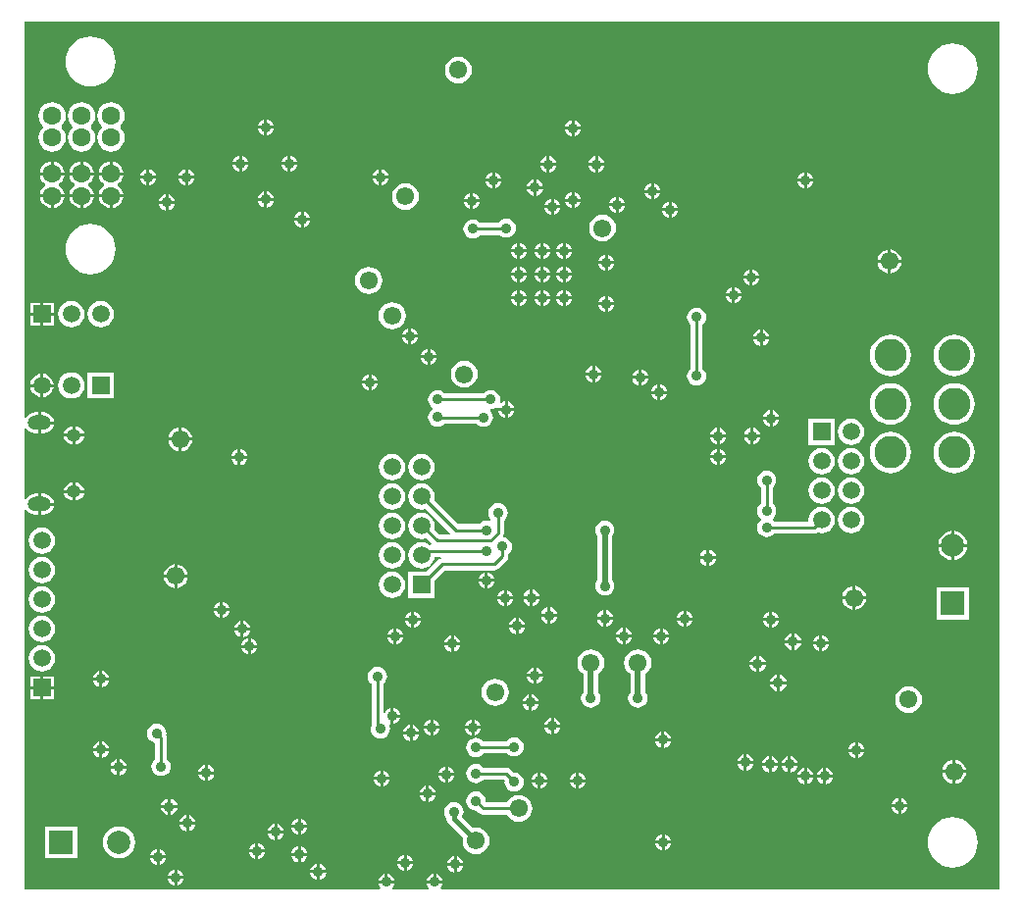
<source format=gbl>
G04*
G04 #@! TF.GenerationSoftware,Altium Limited,Altium Designer,18.1.9 (240)*
G04*
G04 Layer_Physical_Order=2*
G04 Layer_Color=16711680*
%FSLAX25Y25*%
%MOIN*%
G70*
G01*
G75*
%ADD10C,0.01000*%
%ADD79C,0.02000*%
%ADD81C,0.01800*%
%ADD83C,0.11000*%
%ADD84C,0.06299*%
%ADD85C,0.06102*%
%ADD86C,0.07874*%
%ADD87R,0.07874X0.07874*%
%ADD88C,0.05906*%
%ADD89R,0.05906X0.05906*%
%ADD90R,0.07874X0.07874*%
%ADD91R,0.05906X0.05906*%
%ADD92O,0.04921X0.04134*%
%ADD93O,0.08000X0.05000*%
%ADD94C,0.03500*%
G36*
X412971Y127029D02*
X223119D01*
X222949Y127529D01*
X222961Y127539D01*
X223402Y128113D01*
X223679Y128782D01*
X223708Y129000D01*
X218292D01*
X218321Y128782D01*
X218598Y128113D01*
X219039Y127539D01*
X219051Y127529D01*
X218881Y127029D01*
X206619D01*
X206449Y127529D01*
X206461Y127539D01*
X206902Y128113D01*
X207179Y128782D01*
X207208Y129000D01*
X201792D01*
X201821Y128782D01*
X202098Y128113D01*
X202539Y127539D01*
X202551Y127529D01*
X202381Y127029D01*
X81529D01*
X81529Y256140D01*
X82029Y256239D01*
X82037Y256220D01*
X82598Y255489D01*
X83329Y254928D01*
X84181Y254575D01*
X85094Y254455D01*
X86094D01*
Y257985D01*
Y261515D01*
X85094D01*
X84181Y261395D01*
X83329Y261042D01*
X82598Y260481D01*
X82037Y259750D01*
X82029Y259731D01*
X81529Y259831D01*
Y283797D01*
X82029Y283897D01*
X82037Y283878D01*
X82598Y283147D01*
X83329Y282585D01*
X84181Y282233D01*
X85094Y282113D01*
X86094D01*
Y285643D01*
Y289173D01*
X85094D01*
X84181Y289053D01*
X83329Y288700D01*
X82598Y288139D01*
X82037Y287408D01*
X82029Y287389D01*
X81529Y287488D01*
X81529Y421971D01*
X412971D01*
X412971Y127029D01*
D02*
G37*
%LPC*%
G36*
X229000Y410090D02*
X227812Y409934D01*
X226705Y409476D01*
X225754Y408746D01*
X225025Y407795D01*
X224566Y406688D01*
X224410Y405500D01*
X224566Y404312D01*
X225025Y403205D01*
X225754Y402254D01*
X226705Y401524D01*
X227812Y401066D01*
X229000Y400910D01*
X230188Y401066D01*
X231295Y401524D01*
X232246Y402254D01*
X232976Y403205D01*
X233434Y404312D01*
X233591Y405500D01*
X233434Y406688D01*
X232976Y407795D01*
X232246Y408746D01*
X231295Y409476D01*
X230188Y409934D01*
X229000Y410090D01*
D02*
G37*
G36*
X103992Y416955D02*
X102324Y416790D01*
X100721Y416304D01*
X99243Y415514D01*
X97947Y414451D01*
X96884Y413155D01*
X96094Y411677D01*
X95607Y410073D01*
X95443Y408405D01*
X95607Y406738D01*
X96094Y405134D01*
X96884Y403656D01*
X97947Y402360D01*
X99243Y401297D01*
X100721Y400507D01*
X102324Y400021D01*
X103992Y399856D01*
X105660Y400021D01*
X107264Y400507D01*
X108742Y401297D01*
X110037Y402360D01*
X111100Y403656D01*
X111890Y405134D01*
X112377Y406738D01*
X112541Y408405D01*
X112377Y410073D01*
X111890Y411677D01*
X111100Y413155D01*
X110037Y414451D01*
X108742Y415514D01*
X107264Y416304D01*
X105660Y416790D01*
X103992Y416955D01*
D02*
G37*
G36*
X397000Y414549D02*
X395332Y414385D01*
X393728Y413898D01*
X392250Y413108D01*
X390955Y412045D01*
X389892Y410750D01*
X389102Y409272D01*
X388615Y407668D01*
X388451Y406000D01*
X388615Y404332D01*
X389102Y402728D01*
X389892Y401250D01*
X390955Y399955D01*
X392250Y398892D01*
X393728Y398102D01*
X395332Y397615D01*
X397000Y397451D01*
X398668Y397615D01*
X400272Y398102D01*
X401750Y398892D01*
X403045Y399955D01*
X404108Y401250D01*
X404898Y402728D01*
X405385Y404332D01*
X405549Y406000D01*
X405385Y407668D01*
X404898Y409272D01*
X404108Y410750D01*
X403045Y412045D01*
X401750Y413108D01*
X400272Y413898D01*
X398668Y414385D01*
X397000Y414549D01*
D02*
G37*
G36*
X164000Y388708D02*
Y386500D01*
X166208D01*
X166179Y386718D01*
X165902Y387387D01*
X165461Y387961D01*
X164887Y388402D01*
X164218Y388679D01*
X164000Y388708D01*
D02*
G37*
G36*
X163000D02*
X162782Y388679D01*
X162113Y388402D01*
X161539Y387961D01*
X161098Y387387D01*
X160821Y386718D01*
X160792Y386500D01*
X163000D01*
Y388708D01*
D02*
G37*
G36*
X268500Y388507D02*
Y386299D01*
X270708D01*
X270679Y386517D01*
X270402Y387186D01*
X269961Y387760D01*
X269387Y388201D01*
X268718Y388478D01*
X268500Y388507D01*
D02*
G37*
G36*
X267500D02*
X267282Y388478D01*
X266613Y388201D01*
X266039Y387760D01*
X265598Y387186D01*
X265321Y386517D01*
X265292Y386299D01*
X267500D01*
Y388507D01*
D02*
G37*
G36*
X166208Y385500D02*
X164000D01*
Y383292D01*
X164218Y383321D01*
X164887Y383598D01*
X165461Y384039D01*
X165902Y384613D01*
X166179Y385282D01*
X166208Y385500D01*
D02*
G37*
G36*
X163000D02*
X160792D01*
X160821Y385282D01*
X161098Y384613D01*
X161539Y384039D01*
X162113Y383598D01*
X162782Y383321D01*
X163000Y383292D01*
Y385500D01*
D02*
G37*
G36*
X270708Y385299D02*
X268500D01*
Y383091D01*
X268718Y383120D01*
X269387Y383397D01*
X269961Y383838D01*
X270402Y384412D01*
X270679Y385081D01*
X270708Y385299D01*
D02*
G37*
G36*
X267500D02*
X265292D01*
X265321Y385081D01*
X265598Y384412D01*
X266039Y383838D01*
X266613Y383397D01*
X267282Y383120D01*
X267500Y383091D01*
Y385299D01*
D02*
G37*
G36*
X111000Y394591D02*
X109786Y394431D01*
X108655Y393963D01*
X107684Y393218D01*
X106939Y392246D01*
X106470Y391115D01*
X106310Y389902D01*
X106470Y388688D01*
X106939Y387557D01*
X107684Y386585D01*
X107859Y386451D01*
Y385951D01*
X107684Y385816D01*
X106939Y384845D01*
X106470Y383714D01*
X106310Y382500D01*
X106470Y381286D01*
X106939Y380155D01*
X107684Y379184D01*
X108655Y378439D01*
X109786Y377970D01*
X111000Y377810D01*
X112214Y377970D01*
X113345Y378439D01*
X114316Y379184D01*
X115061Y380155D01*
X115530Y381286D01*
X115690Y382500D01*
X115530Y383714D01*
X115061Y384845D01*
X114316Y385816D01*
X114141Y385951D01*
Y386451D01*
X114316Y386585D01*
X115061Y387557D01*
X115530Y388688D01*
X115690Y389902D01*
X115530Y391115D01*
X115061Y392246D01*
X114316Y393218D01*
X113345Y393963D01*
X112214Y394431D01*
X111000Y394591D01*
D02*
G37*
G36*
X101000D02*
X99786Y394431D01*
X98655Y393963D01*
X97684Y393218D01*
X96939Y392246D01*
X96470Y391115D01*
X96310Y389902D01*
X96470Y388688D01*
X96939Y387557D01*
X97684Y386585D01*
X97859Y386451D01*
Y385951D01*
X97684Y385816D01*
X96939Y384845D01*
X96470Y383714D01*
X96310Y382500D01*
X96470Y381286D01*
X96939Y380155D01*
X97684Y379184D01*
X98655Y378439D01*
X99786Y377970D01*
X101000Y377810D01*
X102214Y377970D01*
X103345Y378439D01*
X104316Y379184D01*
X105061Y380155D01*
X105530Y381286D01*
X105690Y382500D01*
X105530Y383714D01*
X105061Y384845D01*
X104316Y385816D01*
X104141Y385951D01*
Y386451D01*
X104316Y386585D01*
X105061Y387557D01*
X105530Y388688D01*
X105690Y389902D01*
X105530Y391115D01*
X105061Y392246D01*
X104316Y393218D01*
X103345Y393963D01*
X102214Y394431D01*
X101000Y394591D01*
D02*
G37*
G36*
X91000D02*
X89786Y394431D01*
X88655Y393963D01*
X87684Y393218D01*
X86939Y392246D01*
X86470Y391115D01*
X86310Y389902D01*
X86470Y388688D01*
X86939Y387557D01*
X87684Y386585D01*
X87859Y386451D01*
Y385951D01*
X87684Y385816D01*
X86939Y384845D01*
X86470Y383714D01*
X86310Y382500D01*
X86470Y381286D01*
X86939Y380155D01*
X87684Y379184D01*
X88655Y378439D01*
X89786Y377970D01*
X91000Y377810D01*
X92214Y377970D01*
X93345Y378439D01*
X94316Y379184D01*
X95061Y380155D01*
X95530Y381286D01*
X95690Y382500D01*
X95530Y383714D01*
X95061Y384845D01*
X94316Y385816D01*
X94141Y385951D01*
Y386451D01*
X94316Y386585D01*
X95061Y387557D01*
X95530Y388688D01*
X95690Y389902D01*
X95530Y391115D01*
X95061Y392246D01*
X94316Y393218D01*
X93345Y393963D01*
X92214Y394431D01*
X91000Y394591D01*
D02*
G37*
G36*
X172000Y376393D02*
Y374185D01*
X174208D01*
X174179Y374403D01*
X173902Y375072D01*
X173461Y375646D01*
X172887Y376087D01*
X172218Y376364D01*
X172000Y376393D01*
D02*
G37*
G36*
X171000D02*
X170782Y376364D01*
X170113Y376087D01*
X169539Y375646D01*
X169098Y375072D01*
X168821Y374403D01*
X168792Y374185D01*
X171000D01*
Y376393D01*
D02*
G37*
G36*
X155500D02*
Y374185D01*
X157708D01*
X157679Y374403D01*
X157402Y375072D01*
X156961Y375646D01*
X156387Y376087D01*
X155718Y376364D01*
X155500Y376393D01*
D02*
G37*
G36*
X154500D02*
X154282Y376364D01*
X153613Y376087D01*
X153039Y375646D01*
X152598Y375072D01*
X152321Y374403D01*
X152292Y374185D01*
X154500D01*
Y376393D01*
D02*
G37*
G36*
X276500Y376192D02*
Y373984D01*
X278708D01*
X278679Y374202D01*
X278402Y374871D01*
X277961Y375446D01*
X277387Y375886D01*
X276718Y376164D01*
X276500Y376192D01*
D02*
G37*
G36*
X275500D02*
X275282Y376164D01*
X274613Y375886D01*
X274039Y375446D01*
X273598Y374871D01*
X273321Y374202D01*
X273292Y373984D01*
X275500D01*
Y376192D01*
D02*
G37*
G36*
X260000D02*
Y373984D01*
X262208D01*
X262179Y374202D01*
X261902Y374871D01*
X261461Y375446D01*
X260887Y375886D01*
X260218Y376164D01*
X260000Y376192D01*
D02*
G37*
G36*
X259000D02*
X258782Y376164D01*
X258113Y375886D01*
X257539Y375446D01*
X257098Y374871D01*
X256821Y374202D01*
X256792Y373984D01*
X259000D01*
Y376192D01*
D02*
G37*
G36*
X174208Y373185D02*
X172000D01*
Y370977D01*
X172218Y371006D01*
X172887Y371283D01*
X173461Y371724D01*
X173902Y372298D01*
X174179Y372967D01*
X174208Y373185D01*
D02*
G37*
G36*
X171000D02*
X168792D01*
X168821Y372967D01*
X169098Y372298D01*
X169539Y371724D01*
X170113Y371283D01*
X170782Y371006D01*
X171000Y370977D01*
Y373185D01*
D02*
G37*
G36*
X157708D02*
X155500D01*
Y370977D01*
X155718Y371006D01*
X156387Y371283D01*
X156961Y371724D01*
X157402Y372298D01*
X157679Y372967D01*
X157708Y373185D01*
D02*
G37*
G36*
X154500D02*
X152292D01*
X152321Y372967D01*
X152598Y372298D01*
X153039Y371724D01*
X153613Y371283D01*
X154282Y371006D01*
X154500Y370977D01*
Y373185D01*
D02*
G37*
G36*
X278708Y372984D02*
X276500D01*
Y370776D01*
X276718Y370805D01*
X277387Y371082D01*
X277961Y371523D01*
X278402Y372097D01*
X278679Y372766D01*
X278708Y372984D01*
D02*
G37*
G36*
X275500D02*
X273292D01*
X273321Y372766D01*
X273598Y372097D01*
X274039Y371523D01*
X274613Y371082D01*
X275282Y370805D01*
X275500Y370776D01*
Y372984D01*
D02*
G37*
G36*
X262208D02*
X260000D01*
Y370776D01*
X260218Y370805D01*
X260887Y371082D01*
X261461Y371523D01*
X261902Y372097D01*
X262179Y372766D01*
X262208Y372984D01*
D02*
G37*
G36*
X259000D02*
X256792D01*
X256821Y372766D01*
X257098Y372097D01*
X257539Y371523D01*
X258113Y371082D01*
X258782Y370805D01*
X259000Y370776D01*
Y372984D01*
D02*
G37*
G36*
X111500Y374336D02*
Y370717D01*
X115120D01*
X115043Y371300D01*
X114625Y372309D01*
X113960Y373176D01*
X113093Y373841D01*
X112083Y374259D01*
X111500Y374336D01*
D02*
G37*
G36*
X101500D02*
Y370717D01*
X105120D01*
X105043Y371300D01*
X104625Y372309D01*
X103960Y373176D01*
X103093Y373841D01*
X102083Y374259D01*
X101500Y374336D01*
D02*
G37*
G36*
X91500D02*
Y370717D01*
X95120D01*
X95043Y371300D01*
X94625Y372309D01*
X93959Y373176D01*
X93093Y373841D01*
X92083Y374259D01*
X91500Y374336D01*
D02*
G37*
G36*
X100500Y374336D02*
X99917Y374259D01*
X98907Y373841D01*
X98040Y373176D01*
X97375Y372309D01*
X96957Y371300D01*
X96880Y370717D01*
X100500D01*
Y374336D01*
D02*
G37*
G36*
X90500D02*
X89917Y374259D01*
X88907Y373841D01*
X88041Y373176D01*
X87375Y372309D01*
X86957Y371300D01*
X86880Y370717D01*
X90500D01*
Y374336D01*
D02*
G37*
G36*
X110500D02*
X109917Y374259D01*
X108907Y373841D01*
X108040Y373176D01*
X107375Y372309D01*
X106957Y371300D01*
X106880Y370717D01*
X110500D01*
Y374336D01*
D02*
G37*
G36*
X203035Y371810D02*
Y369602D01*
X205243D01*
X205215Y369820D01*
X204938Y370489D01*
X204497Y371064D01*
X203922Y371504D01*
X203253Y371782D01*
X203035Y371810D01*
D02*
G37*
G36*
X202035D02*
X201818Y371782D01*
X201149Y371504D01*
X200574Y371064D01*
X200133Y370489D01*
X199856Y369820D01*
X199828Y369602D01*
X202035D01*
Y371810D01*
D02*
G37*
G36*
X137134D02*
Y369602D01*
X139342D01*
X139313Y369820D01*
X139036Y370489D01*
X138595Y371064D01*
X138021Y371504D01*
X137352Y371782D01*
X137134Y371810D01*
D02*
G37*
G36*
X136134D02*
X135916Y371782D01*
X135247Y371504D01*
X134672Y371064D01*
X134232Y370489D01*
X133955Y369820D01*
X133926Y369602D01*
X136134D01*
Y371810D01*
D02*
G37*
G36*
X124000D02*
Y369602D01*
X126208D01*
X126179Y369820D01*
X125902Y370489D01*
X125461Y371064D01*
X124887Y371504D01*
X124218Y371782D01*
X124000Y371810D01*
D02*
G37*
G36*
X123000D02*
X122782Y371782D01*
X122113Y371504D01*
X121539Y371064D01*
X121098Y370489D01*
X120821Y369820D01*
X120792Y369602D01*
X123000D01*
Y371810D01*
D02*
G37*
G36*
X347500Y370708D02*
Y368500D01*
X349708D01*
X349679Y368718D01*
X349402Y369387D01*
X348961Y369961D01*
X348387Y370402D01*
X347718Y370679D01*
X347500Y370708D01*
D02*
G37*
G36*
X346500D02*
X346282Y370679D01*
X345613Y370402D01*
X345039Y369961D01*
X344598Y369387D01*
X344321Y368718D01*
X344292Y368500D01*
X346500D01*
Y370708D01*
D02*
G37*
G36*
X241500D02*
Y368500D01*
X243708D01*
X243679Y368718D01*
X243402Y369387D01*
X242961Y369961D01*
X242387Y370402D01*
X241718Y370679D01*
X241500Y370708D01*
D02*
G37*
G36*
X240500D02*
X240282Y370679D01*
X239613Y370402D01*
X239039Y369961D01*
X238598Y369387D01*
X238321Y368718D01*
X238292Y368500D01*
X240500D01*
Y370708D01*
D02*
G37*
G36*
X205243Y368602D02*
X203035D01*
Y366394D01*
X203253Y366423D01*
X203922Y366700D01*
X204497Y367141D01*
X204938Y367716D01*
X205215Y368385D01*
X205243Y368602D01*
D02*
G37*
G36*
X202035D02*
X199828D01*
X199856Y368385D01*
X200133Y367716D01*
X200574Y367141D01*
X201149Y366700D01*
X201818Y366423D01*
X202035Y366394D01*
Y368602D01*
D02*
G37*
G36*
X139342D02*
X137134D01*
Y366394D01*
X137352Y366423D01*
X138021Y366700D01*
X138595Y367141D01*
X139036Y367716D01*
X139313Y368385D01*
X139342Y368602D01*
D02*
G37*
G36*
X136134D02*
X133926D01*
X133955Y368385D01*
X134232Y367716D01*
X134672Y367141D01*
X135247Y366700D01*
X135916Y366423D01*
X136134Y366394D01*
Y368602D01*
D02*
G37*
G36*
X126208D02*
X124000D01*
Y366394D01*
X124218Y366423D01*
X124887Y366700D01*
X125461Y367141D01*
X125902Y367716D01*
X126179Y368385D01*
X126208Y368602D01*
D02*
G37*
G36*
X123000D02*
X120792D01*
X120821Y368385D01*
X121098Y367716D01*
X121539Y367141D01*
X122113Y366700D01*
X122782Y366423D01*
X123000Y366394D01*
Y368602D01*
D02*
G37*
G36*
X255535Y368208D02*
Y366000D01*
X257743D01*
X257715Y366218D01*
X257438Y366887D01*
X256997Y367461D01*
X256422Y367902D01*
X255753Y368179D01*
X255535Y368208D01*
D02*
G37*
G36*
X254535D02*
X254317Y368179D01*
X253649Y367902D01*
X253074Y367461D01*
X252633Y366887D01*
X252356Y366218D01*
X252327Y366000D01*
X254535D01*
Y368208D01*
D02*
G37*
G36*
X349708Y367500D02*
X347500D01*
Y365292D01*
X347718Y365321D01*
X348387Y365598D01*
X348961Y366039D01*
X349402Y366613D01*
X349679Y367282D01*
X349708Y367500D01*
D02*
G37*
G36*
X346500D02*
X344292D01*
X344321Y367282D01*
X344598Y366613D01*
X345039Y366039D01*
X345613Y365598D01*
X346282Y365321D01*
X346500Y365292D01*
Y367500D01*
D02*
G37*
G36*
X243708D02*
X241500D01*
Y365292D01*
X241718Y365321D01*
X242387Y365598D01*
X242961Y366039D01*
X243402Y366613D01*
X243679Y367282D01*
X243708Y367500D01*
D02*
G37*
G36*
X240500D02*
X238292D01*
X238321Y367282D01*
X238598Y366613D01*
X239039Y366039D01*
X239613Y365598D01*
X240282Y365321D01*
X240500Y365292D01*
Y367500D01*
D02*
G37*
G36*
X295500Y367007D02*
Y364799D01*
X297708D01*
X297679Y365017D01*
X297402Y365686D01*
X296961Y366261D01*
X296387Y366701D01*
X295718Y366978D01*
X295500Y367007D01*
D02*
G37*
G36*
X294500D02*
X294282Y366978D01*
X293613Y366701D01*
X293039Y366261D01*
X292598Y365686D01*
X292321Y365017D01*
X292292Y364799D01*
X294500D01*
Y367007D01*
D02*
G37*
G36*
X105120Y369717D02*
X101000D01*
X96880D01*
X96957Y369133D01*
X97375Y368124D01*
X98040Y367257D01*
X98596Y366831D01*
Y366201D01*
X98040Y365774D01*
X97375Y364908D01*
X96957Y363898D01*
X96880Y363315D01*
X101000D01*
X105120D01*
X105043Y363898D01*
X104625Y364908D01*
X103960Y365774D01*
X103404Y366201D01*
Y366831D01*
X103960Y367257D01*
X104625Y368124D01*
X105043Y369133D01*
X105120Y369717D01*
D02*
G37*
G36*
X95120D02*
X91000D01*
X86880D01*
X86957Y369133D01*
X87375Y368124D01*
X88041Y367257D01*
X88596Y366831D01*
Y366201D01*
X88041Y365774D01*
X87375Y364908D01*
X86957Y363898D01*
X86880Y363315D01*
X91000D01*
X95120D01*
X95043Y363898D01*
X94625Y364908D01*
X93959Y365774D01*
X93404Y366201D01*
Y366831D01*
X93959Y367257D01*
X94625Y368124D01*
X95043Y369133D01*
X95120Y369717D01*
D02*
G37*
G36*
X115120D02*
X111000D01*
X106880D01*
X106957Y369133D01*
X107375Y368124D01*
X108040Y367257D01*
X108596Y366831D01*
Y366201D01*
X108040Y365774D01*
X107375Y364908D01*
X106957Y363898D01*
X106880Y363315D01*
X111000D01*
X115120D01*
X115043Y363898D01*
X114625Y364908D01*
X113960Y365774D01*
X113404Y366201D01*
Y366831D01*
X113960Y367257D01*
X114625Y368124D01*
X115043Y369133D01*
X115120Y369717D01*
D02*
G37*
G36*
X257743Y365000D02*
X255535D01*
Y362792D01*
X255753Y362821D01*
X256422Y363098D01*
X256997Y363539D01*
X257438Y364113D01*
X257715Y364782D01*
X257743Y365000D01*
D02*
G37*
G36*
X254535D02*
X252327D01*
X252356Y364782D01*
X252633Y364113D01*
X253074Y363539D01*
X253649Y363098D01*
X254317Y362821D01*
X254535Y362792D01*
Y365000D01*
D02*
G37*
G36*
X164000Y364208D02*
Y362000D01*
X166208D01*
X166179Y362218D01*
X165902Y362887D01*
X165461Y363461D01*
X164887Y363902D01*
X164218Y364179D01*
X164000Y364208D01*
D02*
G37*
G36*
X163000D02*
X162782Y364179D01*
X162113Y363902D01*
X161539Y363461D01*
X161098Y362887D01*
X160821Y362218D01*
X160792Y362000D01*
X163000D01*
Y364208D01*
D02*
G37*
G36*
X268500Y364007D02*
Y361799D01*
X270708D01*
X270679Y362017D01*
X270402Y362686D01*
X269961Y363261D01*
X269387Y363701D01*
X268718Y363978D01*
X268500Y364007D01*
D02*
G37*
G36*
X267500D02*
X267282Y363978D01*
X266613Y363701D01*
X266039Y363261D01*
X265598Y362686D01*
X265321Y362017D01*
X265292Y361799D01*
X267500D01*
Y364007D01*
D02*
G37*
G36*
X297708Y363799D02*
X295500D01*
Y361591D01*
X295718Y361620D01*
X296387Y361897D01*
X296961Y362338D01*
X297402Y362912D01*
X297679Y363581D01*
X297708Y363799D01*
D02*
G37*
G36*
X294500D02*
X292292D01*
X292321Y363581D01*
X292598Y362912D01*
X293039Y362338D01*
X293613Y361897D01*
X294282Y361620D01*
X294500Y361591D01*
Y363799D01*
D02*
G37*
G36*
X234000Y363708D02*
Y361500D01*
X236208D01*
X236179Y361718D01*
X235902Y362387D01*
X235461Y362961D01*
X234887Y363402D01*
X234218Y363679D01*
X234000Y363708D01*
D02*
G37*
G36*
X233000D02*
X232782Y363679D01*
X232113Y363402D01*
X231539Y362961D01*
X231098Y362387D01*
X230821Y361718D01*
X230792Y361500D01*
X233000D01*
Y363708D01*
D02*
G37*
G36*
X130500Y363208D02*
Y361000D01*
X132708D01*
X132679Y361218D01*
X132402Y361887D01*
X131961Y362461D01*
X131387Y362902D01*
X130718Y363179D01*
X130500Y363208D01*
D02*
G37*
G36*
X129500D02*
X129282Y363179D01*
X128613Y362902D01*
X128039Y362461D01*
X127598Y361887D01*
X127321Y361218D01*
X127292Y361000D01*
X129500D01*
Y363208D01*
D02*
G37*
G36*
X283500Y362448D02*
Y360240D01*
X285708D01*
X285679Y360458D01*
X285402Y361127D01*
X284961Y361701D01*
X284387Y362142D01*
X283718Y362419D01*
X283500Y362448D01*
D02*
G37*
G36*
X282500D02*
X282282Y362419D01*
X281613Y362142D01*
X281039Y361701D01*
X280598Y361127D01*
X280321Y360458D01*
X280292Y360240D01*
X282500D01*
Y362448D01*
D02*
G37*
G36*
X261500Y361708D02*
Y359500D01*
X263708D01*
X263679Y359718D01*
X263402Y360387D01*
X262961Y360961D01*
X262387Y361402D01*
X261718Y361679D01*
X261500Y361708D01*
D02*
G37*
G36*
X260500D02*
X260282Y361679D01*
X259613Y361402D01*
X259039Y360961D01*
X258598Y360387D01*
X258321Y359718D01*
X258292Y359500D01*
X260500D01*
Y361708D01*
D02*
G37*
G36*
X166208Y361000D02*
X164000D01*
Y358792D01*
X164218Y358821D01*
X164887Y359098D01*
X165461Y359539D01*
X165902Y360113D01*
X166179Y360782D01*
X166208Y361000D01*
D02*
G37*
G36*
X163000D02*
X160792D01*
X160821Y360782D01*
X161098Y360113D01*
X161539Y359539D01*
X162113Y359098D01*
X162782Y358821D01*
X163000Y358792D01*
Y361000D01*
D02*
G37*
G36*
X115120Y362315D02*
X111500D01*
Y358695D01*
X112083Y358772D01*
X113093Y359190D01*
X113960Y359855D01*
X114625Y360722D01*
X115043Y361732D01*
X115120Y362315D01*
D02*
G37*
G36*
X105120D02*
X101500D01*
Y358695D01*
X102083Y358772D01*
X103093Y359190D01*
X103960Y359855D01*
X104625Y360722D01*
X105043Y361732D01*
X105120Y362315D01*
D02*
G37*
G36*
X95120D02*
X91500D01*
Y358695D01*
X92083Y358772D01*
X93093Y359190D01*
X93959Y359855D01*
X94625Y360722D01*
X95043Y361732D01*
X95120Y362315D01*
D02*
G37*
G36*
X90500D02*
X86880D01*
X86957Y361732D01*
X87375Y360722D01*
X88041Y359855D01*
X88907Y359190D01*
X89917Y358772D01*
X90500Y358695D01*
Y362315D01*
D02*
G37*
G36*
X110500D02*
X106880D01*
X106957Y361732D01*
X107375Y360722D01*
X108040Y359855D01*
X108907Y359190D01*
X109917Y358772D01*
X110500Y358695D01*
Y362315D01*
D02*
G37*
G36*
X100500D02*
X96880D01*
X96957Y361732D01*
X97375Y360722D01*
X98040Y359855D01*
X98907Y359190D01*
X99917Y358772D01*
X100500Y358695D01*
Y362315D01*
D02*
G37*
G36*
X270708Y360799D02*
X268500D01*
Y358591D01*
X268718Y358620D01*
X269387Y358897D01*
X269961Y359338D01*
X270402Y359912D01*
X270679Y360581D01*
X270708Y360799D01*
D02*
G37*
G36*
X267500D02*
X265292D01*
X265321Y360581D01*
X265598Y359912D01*
X266039Y359338D01*
X266613Y358897D01*
X267282Y358620D01*
X267500Y358591D01*
Y360799D01*
D02*
G37*
G36*
X301465Y360708D02*
Y358500D01*
X303673D01*
X303644Y358718D01*
X303367Y359387D01*
X302926Y359961D01*
X302351Y360402D01*
X301682Y360679D01*
X301465Y360708D01*
D02*
G37*
G36*
X300465D02*
X300247Y360679D01*
X299578Y360402D01*
X299003Y359961D01*
X298562Y359387D01*
X298285Y358718D01*
X298257Y358500D01*
X300465D01*
Y360708D01*
D02*
G37*
G36*
X236208Y360500D02*
X234000D01*
Y358292D01*
X234218Y358321D01*
X234887Y358598D01*
X235461Y359039D01*
X235902Y359613D01*
X236179Y360282D01*
X236208Y360500D01*
D02*
G37*
G36*
X233000D02*
X230792D01*
X230821Y360282D01*
X231098Y359613D01*
X231539Y359039D01*
X232113Y358598D01*
X232782Y358321D01*
X233000Y358292D01*
Y360500D01*
D02*
G37*
G36*
X211000Y367091D02*
X209812Y366934D01*
X208705Y366476D01*
X207754Y365746D01*
X207025Y364795D01*
X206566Y363688D01*
X206410Y362500D01*
X206566Y361312D01*
X207025Y360205D01*
X207754Y359254D01*
X208705Y358524D01*
X209812Y358066D01*
X211000Y357909D01*
X212188Y358066D01*
X213295Y358524D01*
X214246Y359254D01*
X214976Y360205D01*
X215434Y361312D01*
X215591Y362500D01*
X215434Y363688D01*
X214976Y364795D01*
X214246Y365746D01*
X213295Y366476D01*
X212188Y366934D01*
X211000Y367091D01*
D02*
G37*
G36*
X132708Y360000D02*
X130500D01*
Y357792D01*
X130718Y357821D01*
X131387Y358098D01*
X131961Y358539D01*
X132402Y359113D01*
X132679Y359782D01*
X132708Y360000D01*
D02*
G37*
G36*
X129500D02*
X127292D01*
X127321Y359782D01*
X127598Y359113D01*
X128039Y358539D01*
X128613Y358098D01*
X129282Y357821D01*
X129500Y357792D01*
Y360000D01*
D02*
G37*
G36*
X285708Y359240D02*
X283500D01*
Y357032D01*
X283718Y357061D01*
X284387Y357338D01*
X284961Y357779D01*
X285402Y358353D01*
X285679Y359022D01*
X285708Y359240D01*
D02*
G37*
G36*
X282500D02*
X280292D01*
X280321Y359022D01*
X280598Y358353D01*
X281039Y357779D01*
X281613Y357338D01*
X282282Y357061D01*
X282500Y357032D01*
Y359240D01*
D02*
G37*
G36*
X263708Y358500D02*
X261500D01*
Y356292D01*
X261718Y356321D01*
X262387Y356598D01*
X262961Y357039D01*
X263402Y357613D01*
X263679Y358282D01*
X263708Y358500D01*
D02*
G37*
G36*
X260500D02*
X258292D01*
X258321Y358282D01*
X258598Y357613D01*
X259039Y357039D01*
X259613Y356598D01*
X260282Y356321D01*
X260500Y356292D01*
Y358500D01*
D02*
G37*
G36*
X303673Y357500D02*
X301465D01*
Y355292D01*
X301682Y355321D01*
X302351Y355598D01*
X302926Y356039D01*
X303367Y356613D01*
X303644Y357282D01*
X303673Y357500D01*
D02*
G37*
G36*
X300465D02*
X298257D01*
X298285Y357282D01*
X298562Y356613D01*
X299003Y356039D01*
X299578Y355598D01*
X300247Y355321D01*
X300465Y355292D01*
Y357500D01*
D02*
G37*
G36*
X176500Y357468D02*
Y355260D01*
X178708D01*
X178679Y355478D01*
X178402Y356147D01*
X177961Y356721D01*
X177387Y357162D01*
X176718Y357439D01*
X176500Y357468D01*
D02*
G37*
G36*
X175500D02*
X175282Y357439D01*
X174613Y357162D01*
X174039Y356721D01*
X173598Y356147D01*
X173321Y355478D01*
X173292Y355260D01*
X175500D01*
Y357468D01*
D02*
G37*
G36*
X245319Y355097D02*
X244471Y354985D01*
X243680Y354658D01*
X243001Y354137D01*
X242542Y353539D01*
X236532D01*
X236318Y353818D01*
X235639Y354339D01*
X234848Y354666D01*
X234000Y354778D01*
X233152Y354666D01*
X232361Y354339D01*
X231682Y353818D01*
X231161Y353139D01*
X230834Y352348D01*
X230722Y351500D01*
X230834Y350652D01*
X231161Y349861D01*
X231682Y349182D01*
X232361Y348661D01*
X233152Y348334D01*
X234000Y348222D01*
X234848Y348334D01*
X235639Y348661D01*
X236318Y349182D01*
X236532Y349461D01*
X243053D01*
X243680Y348980D01*
X244471Y348653D01*
X245319Y348541D01*
X246167Y348653D01*
X246958Y348980D01*
X247637Y349501D01*
X248158Y350180D01*
X248485Y350971D01*
X248597Y351819D01*
X248485Y352667D01*
X248158Y353458D01*
X247637Y354137D01*
X246958Y354658D01*
X246167Y354985D01*
X245319Y355097D01*
D02*
G37*
G36*
X178708Y354260D02*
X176500D01*
Y352052D01*
X176718Y352081D01*
X177387Y352358D01*
X177961Y352799D01*
X178402Y353373D01*
X178679Y354042D01*
X178708Y354260D01*
D02*
G37*
G36*
X175500D02*
X173292D01*
X173321Y354042D01*
X173598Y353373D01*
X174039Y352799D01*
X174613Y352358D01*
X175282Y352081D01*
X175500Y352052D01*
Y354260D01*
D02*
G37*
G36*
X278000Y356409D02*
X276812Y356253D01*
X275705Y355794D01*
X274754Y355065D01*
X274025Y354114D01*
X273566Y353007D01*
X273410Y351819D01*
X273566Y350631D01*
X274025Y349524D01*
X274754Y348573D01*
X275705Y347844D01*
X276812Y347385D01*
X278000Y347229D01*
X279188Y347385D01*
X280295Y347844D01*
X281246Y348573D01*
X281976Y349524D01*
X282434Y350631D01*
X282591Y351819D01*
X282434Y353007D01*
X281976Y354114D01*
X281246Y355065D01*
X280295Y355794D01*
X279188Y356253D01*
X278000Y356409D01*
D02*
G37*
G36*
X265500Y346708D02*
Y344500D01*
X267708D01*
X267679Y344718D01*
X267402Y345387D01*
X266961Y345961D01*
X266387Y346402D01*
X265718Y346679D01*
X265500Y346708D01*
D02*
G37*
G36*
X264500D02*
X264282Y346679D01*
X263613Y346402D01*
X263039Y345961D01*
X262598Y345387D01*
X262321Y344718D01*
X262292Y344500D01*
X264500D01*
Y346708D01*
D02*
G37*
G36*
X258000D02*
Y344500D01*
X260208D01*
X260179Y344718D01*
X259902Y345387D01*
X259461Y345961D01*
X258887Y346402D01*
X258218Y346679D01*
X258000Y346708D01*
D02*
G37*
G36*
X257000D02*
X256782Y346679D01*
X256113Y346402D01*
X255539Y345961D01*
X255098Y345387D01*
X254821Y344718D01*
X254792Y344500D01*
X257000D01*
Y346708D01*
D02*
G37*
G36*
X250000D02*
Y344500D01*
X252208D01*
X252179Y344718D01*
X251902Y345387D01*
X251461Y345961D01*
X250887Y346402D01*
X250218Y346679D01*
X250000Y346708D01*
D02*
G37*
G36*
X249000D02*
X248782Y346679D01*
X248113Y346402D01*
X247539Y345961D01*
X247098Y345387D01*
X246821Y344718D01*
X246792Y344500D01*
X249000D01*
Y346708D01*
D02*
G37*
G36*
X267708Y343500D02*
X265500D01*
Y341292D01*
X265718Y341321D01*
X266387Y341598D01*
X266961Y342039D01*
X267402Y342613D01*
X267679Y343282D01*
X267708Y343500D01*
D02*
G37*
G36*
X264500D02*
X262292D01*
X262321Y343282D01*
X262598Y342613D01*
X263039Y342039D01*
X263613Y341598D01*
X264282Y341321D01*
X264500Y341292D01*
Y343500D01*
D02*
G37*
G36*
X260208D02*
X258000D01*
Y341292D01*
X258218Y341321D01*
X258887Y341598D01*
X259461Y342039D01*
X259902Y342613D01*
X260179Y343282D01*
X260208Y343500D01*
D02*
G37*
G36*
X257000D02*
X254792D01*
X254821Y343282D01*
X255098Y342613D01*
X255539Y342039D01*
X256113Y341598D01*
X256782Y341321D01*
X257000Y341292D01*
Y343500D01*
D02*
G37*
G36*
X252208D02*
X250000D01*
Y341292D01*
X250218Y341321D01*
X250887Y341598D01*
X251461Y342039D01*
X251902Y342613D01*
X252179Y343282D01*
X252208Y343500D01*
D02*
G37*
G36*
X249000D02*
X246792D01*
X246821Y343282D01*
X247098Y342613D01*
X247539Y342039D01*
X248113Y341598D01*
X248782Y341321D01*
X249000Y341292D01*
Y343500D01*
D02*
G37*
G36*
X376000Y344509D02*
Y340988D01*
X379520D01*
X379447Y341546D01*
X379039Y342531D01*
X378389Y343377D01*
X377543Y344027D01*
X376558Y344435D01*
X376000Y344509D01*
D02*
G37*
G36*
X375000Y344509D02*
X374442Y344435D01*
X373457Y344027D01*
X372611Y343377D01*
X371961Y342531D01*
X371553Y341546D01*
X371480Y340988D01*
X375000D01*
Y344509D01*
D02*
G37*
G36*
X279794Y342708D02*
Y340500D01*
X282002D01*
X281973Y340718D01*
X281696Y341387D01*
X281255Y341961D01*
X280681Y342402D01*
X280012Y342679D01*
X279794Y342708D01*
D02*
G37*
G36*
X278794D02*
X278576Y342679D01*
X277907Y342402D01*
X277332Y341961D01*
X276892Y341387D01*
X276614Y340718D01*
X276586Y340500D01*
X278794D01*
Y342708D01*
D02*
G37*
G36*
X282002Y339500D02*
X279794D01*
Y337292D01*
X280012Y337321D01*
X280681Y337598D01*
X281255Y338039D01*
X281696Y338613D01*
X281973Y339282D01*
X282002Y339500D01*
D02*
G37*
G36*
X278794D02*
X276586D01*
X276614Y339282D01*
X276892Y338613D01*
X277332Y338039D01*
X277907Y337598D01*
X278576Y337321D01*
X278794Y337292D01*
Y339500D01*
D02*
G37*
G36*
X265500Y338708D02*
Y336500D01*
X267708D01*
X267679Y336718D01*
X267402Y337387D01*
X266961Y337961D01*
X266387Y338402D01*
X265718Y338679D01*
X265500Y338708D01*
D02*
G37*
G36*
X264500D02*
X264282Y338679D01*
X263613Y338402D01*
X263039Y337961D01*
X262598Y337387D01*
X262321Y336718D01*
X262292Y336500D01*
X264500D01*
Y338708D01*
D02*
G37*
G36*
X258000D02*
Y336500D01*
X260208D01*
X260179Y336718D01*
X259902Y337387D01*
X259461Y337961D01*
X258887Y338402D01*
X258218Y338679D01*
X258000Y338708D01*
D02*
G37*
G36*
X257000D02*
X256782Y338679D01*
X256113Y338402D01*
X255539Y337961D01*
X255098Y337387D01*
X254821Y336718D01*
X254792Y336500D01*
X257000D01*
Y338708D01*
D02*
G37*
G36*
X250000D02*
Y336500D01*
X252208D01*
X252179Y336718D01*
X251902Y337387D01*
X251461Y337961D01*
X250887Y338402D01*
X250218Y338679D01*
X250000Y338708D01*
D02*
G37*
G36*
X249000D02*
X248782Y338679D01*
X248113Y338402D01*
X247539Y337961D01*
X247098Y337387D01*
X246821Y336718D01*
X246792Y336500D01*
X249000D01*
Y338708D01*
D02*
G37*
G36*
X379520Y339988D02*
X376000D01*
Y336468D01*
X376558Y336541D01*
X377543Y336949D01*
X378389Y337599D01*
X379039Y338445D01*
X379447Y339431D01*
X379520Y339988D01*
D02*
G37*
G36*
X375000D02*
X371480D01*
X371553Y339431D01*
X371961Y338445D01*
X372611Y337599D01*
X373457Y336949D01*
X374442Y336541D01*
X375000Y336468D01*
Y339988D01*
D02*
G37*
G36*
X103992Y353238D02*
X102324Y353074D01*
X100721Y352588D01*
X99243Y351798D01*
X97947Y350734D01*
X96884Y349439D01*
X96094Y347961D01*
X95607Y346357D01*
X95443Y344689D01*
X95607Y343021D01*
X96094Y341418D01*
X96884Y339940D01*
X97947Y338644D01*
X99243Y337581D01*
X100721Y336791D01*
X102324Y336305D01*
X103992Y336140D01*
X105660Y336305D01*
X107264Y336791D01*
X108742Y337581D01*
X110037Y338644D01*
X111100Y339940D01*
X111890Y341418D01*
X112377Y343021D01*
X112541Y344689D01*
X112377Y346357D01*
X111890Y347961D01*
X111100Y349439D01*
X110037Y350734D01*
X108742Y351798D01*
X107264Y352588D01*
X105660Y353074D01*
X103992Y353238D01*
D02*
G37*
G36*
X329000Y337708D02*
Y335500D01*
X331208D01*
X331179Y335718D01*
X330902Y336387D01*
X330461Y336961D01*
X329887Y337402D01*
X329218Y337679D01*
X329000Y337708D01*
D02*
G37*
G36*
X328000D02*
X327782Y337679D01*
X327113Y337402D01*
X326539Y336961D01*
X326098Y336387D01*
X325821Y335718D01*
X325792Y335500D01*
X328000D01*
Y337708D01*
D02*
G37*
G36*
X267708Y335500D02*
X265500D01*
Y333292D01*
X265718Y333321D01*
X266387Y333598D01*
X266961Y334039D01*
X267402Y334613D01*
X267679Y335282D01*
X267708Y335500D01*
D02*
G37*
G36*
X264500D02*
X262292D01*
X262321Y335282D01*
X262598Y334613D01*
X263039Y334039D01*
X263613Y333598D01*
X264282Y333321D01*
X264500Y333292D01*
Y335500D01*
D02*
G37*
G36*
X260208D02*
X258000D01*
Y333292D01*
X258218Y333321D01*
X258887Y333598D01*
X259461Y334039D01*
X259902Y334613D01*
X260179Y335282D01*
X260208Y335500D01*
D02*
G37*
G36*
X257000D02*
X254792D01*
X254821Y335282D01*
X255098Y334613D01*
X255539Y334039D01*
X256113Y333598D01*
X256782Y333321D01*
X257000Y333292D01*
Y335500D01*
D02*
G37*
G36*
X252208D02*
X250000D01*
Y333292D01*
X250218Y333321D01*
X250887Y333598D01*
X251461Y334039D01*
X251902Y334613D01*
X252179Y335282D01*
X252208Y335500D01*
D02*
G37*
G36*
X249000D02*
X246792D01*
X246821Y335282D01*
X247098Y334613D01*
X247539Y334039D01*
X248113Y333598D01*
X248782Y333321D01*
X249000Y333292D01*
Y335500D01*
D02*
G37*
G36*
X331208Y334500D02*
X329000D01*
Y332292D01*
X329218Y332321D01*
X329887Y332598D01*
X330461Y333039D01*
X330902Y333613D01*
X331179Y334282D01*
X331208Y334500D01*
D02*
G37*
G36*
X328000D02*
X325792D01*
X325821Y334282D01*
X326098Y333613D01*
X326539Y333039D01*
X327113Y332598D01*
X327782Y332321D01*
X328000Y332292D01*
Y334500D01*
D02*
G37*
G36*
X323000Y331743D02*
Y329535D01*
X325208D01*
X325179Y329753D01*
X324902Y330422D01*
X324461Y330997D01*
X323887Y331438D01*
X323218Y331715D01*
X323000Y331743D01*
D02*
G37*
G36*
X322000D02*
X321782Y331715D01*
X321113Y331438D01*
X320539Y330997D01*
X320098Y330422D01*
X319821Y329753D01*
X319792Y329535D01*
X322000D01*
Y331743D01*
D02*
G37*
G36*
X198500Y338591D02*
X197312Y338434D01*
X196205Y337976D01*
X195254Y337246D01*
X194525Y336295D01*
X194066Y335188D01*
X193910Y334000D01*
X194066Y332812D01*
X194525Y331705D01*
X195254Y330754D01*
X196205Y330025D01*
X197312Y329566D01*
X198500Y329410D01*
X199688Y329566D01*
X200795Y330025D01*
X201746Y330754D01*
X202476Y331705D01*
X202934Y332812D01*
X203091Y334000D01*
X202934Y335188D01*
X202476Y336295D01*
X201746Y337246D01*
X200795Y337976D01*
X199688Y338434D01*
X198500Y338591D01*
D02*
G37*
G36*
X265500Y330708D02*
Y328500D01*
X267708D01*
X267679Y328718D01*
X267402Y329387D01*
X266961Y329961D01*
X266387Y330402D01*
X265718Y330679D01*
X265500Y330708D01*
D02*
G37*
G36*
X264500D02*
X264282Y330679D01*
X263613Y330402D01*
X263039Y329961D01*
X262598Y329387D01*
X262321Y328718D01*
X262292Y328500D01*
X264500D01*
Y330708D01*
D02*
G37*
G36*
X258000D02*
Y328500D01*
X260208D01*
X260179Y328718D01*
X259902Y329387D01*
X259461Y329961D01*
X258887Y330402D01*
X258218Y330679D01*
X258000Y330708D01*
D02*
G37*
G36*
X257000D02*
X256782Y330679D01*
X256113Y330402D01*
X255539Y329961D01*
X255098Y329387D01*
X254821Y328718D01*
X254792Y328500D01*
X257000D01*
Y330708D01*
D02*
G37*
G36*
X250000D02*
Y328500D01*
X252208D01*
X252179Y328718D01*
X251902Y329387D01*
X251461Y329961D01*
X250887Y330402D01*
X250218Y330679D01*
X250000Y330708D01*
D02*
G37*
G36*
X249000D02*
X248782Y330679D01*
X248113Y330402D01*
X247539Y329961D01*
X247098Y329387D01*
X246821Y328718D01*
X246792Y328500D01*
X249000D01*
Y330708D01*
D02*
G37*
G36*
X279794Y328708D02*
Y326500D01*
X282002D01*
X281973Y326718D01*
X281696Y327387D01*
X281255Y327961D01*
X280681Y328402D01*
X280012Y328679D01*
X279794Y328708D01*
D02*
G37*
G36*
X278794D02*
X278576Y328679D01*
X277907Y328402D01*
X277332Y327961D01*
X276892Y327387D01*
X276614Y326718D01*
X276586Y326500D01*
X278794D01*
Y328708D01*
D02*
G37*
G36*
X325208Y328535D02*
X323000D01*
Y326327D01*
X323218Y326356D01*
X323887Y326633D01*
X324461Y327074D01*
X324902Y327649D01*
X325179Y328317D01*
X325208Y328535D01*
D02*
G37*
G36*
X322000D02*
X319792D01*
X319821Y328317D01*
X320098Y327649D01*
X320539Y327074D01*
X321113Y326633D01*
X321782Y326356D01*
X322000Y326327D01*
Y328535D01*
D02*
G37*
G36*
X267708Y327500D02*
X265500D01*
Y325292D01*
X265718Y325321D01*
X266387Y325598D01*
X266961Y326039D01*
X267402Y326613D01*
X267679Y327282D01*
X267708Y327500D01*
D02*
G37*
G36*
X264500D02*
X262292D01*
X262321Y327282D01*
X262598Y326613D01*
X263039Y326039D01*
X263613Y325598D01*
X264282Y325321D01*
X264500Y325292D01*
Y327500D01*
D02*
G37*
G36*
X260208D02*
X258000D01*
Y325292D01*
X258218Y325321D01*
X258887Y325598D01*
X259461Y326039D01*
X259902Y326613D01*
X260179Y327282D01*
X260208Y327500D01*
D02*
G37*
G36*
X257000D02*
X254792D01*
X254821Y327282D01*
X255098Y326613D01*
X255539Y326039D01*
X256113Y325598D01*
X256782Y325321D01*
X257000Y325292D01*
Y327500D01*
D02*
G37*
G36*
X252208D02*
X250000D01*
Y325292D01*
X250218Y325321D01*
X250887Y325598D01*
X251461Y326039D01*
X251902Y326613D01*
X252179Y327282D01*
X252208Y327500D01*
D02*
G37*
G36*
X249000D02*
X246792D01*
X246821Y327282D01*
X247098Y326613D01*
X247539Y326039D01*
X248113Y325598D01*
X248782Y325321D01*
X249000Y325292D01*
Y327500D01*
D02*
G37*
G36*
X282002Y325500D02*
X279794D01*
Y323292D01*
X280012Y323321D01*
X280681Y323598D01*
X281255Y324039D01*
X281696Y324613D01*
X281973Y325282D01*
X282002Y325500D01*
D02*
G37*
G36*
X278794D02*
X276586D01*
X276614Y325282D01*
X276892Y324613D01*
X277332Y324039D01*
X277907Y323598D01*
X278576Y323321D01*
X278794Y323292D01*
Y325500D01*
D02*
G37*
G36*
X91453Y326453D02*
X88000D01*
Y323000D01*
X91453D01*
Y326453D01*
D02*
G37*
G36*
X87000D02*
X83547D01*
Y323000D01*
X87000D01*
Y326453D01*
D02*
G37*
G36*
X91453Y322000D02*
X88000D01*
Y318547D01*
X91453D01*
Y322000D01*
D02*
G37*
G36*
X87000D02*
X83547D01*
Y318547D01*
X87000D01*
Y322000D01*
D02*
G37*
G36*
X107500Y326991D02*
X106338Y326838D01*
X105254Y326390D01*
X104324Y325676D01*
X103611Y324746D01*
X103162Y323662D01*
X103009Y322500D01*
X103162Y321338D01*
X103611Y320254D01*
X104324Y319324D01*
X105254Y318611D01*
X106338Y318162D01*
X107500Y318009D01*
X108662Y318162D01*
X109746Y318611D01*
X110676Y319324D01*
X111390Y320254D01*
X111838Y321338D01*
X111991Y322500D01*
X111838Y323662D01*
X111390Y324746D01*
X110676Y325676D01*
X109746Y326390D01*
X108662Y326838D01*
X107500Y326991D01*
D02*
G37*
G36*
X97500D02*
X96338Y326838D01*
X95254Y326390D01*
X94324Y325676D01*
X93611Y324746D01*
X93162Y323662D01*
X93009Y322500D01*
X93162Y321338D01*
X93611Y320254D01*
X94324Y319324D01*
X95254Y318611D01*
X96338Y318162D01*
X97500Y318009D01*
X98662Y318162D01*
X99746Y318611D01*
X100676Y319324D01*
X101390Y320254D01*
X101838Y321338D01*
X101991Y322500D01*
X101838Y323662D01*
X101390Y324746D01*
X100676Y325676D01*
X99746Y326390D01*
X98662Y326838D01*
X97500Y326991D01*
D02*
G37*
G36*
X206500Y326590D02*
X205312Y326434D01*
X204205Y325975D01*
X203254Y325246D01*
X202524Y324295D01*
X202066Y323188D01*
X201909Y322000D01*
X202066Y320812D01*
X202524Y319705D01*
X203254Y318754D01*
X204205Y318024D01*
X205312Y317566D01*
X206500Y317409D01*
X207688Y317566D01*
X208795Y318024D01*
X209746Y318754D01*
X210475Y319705D01*
X210934Y320812D01*
X211090Y322000D01*
X210934Y323188D01*
X210475Y324295D01*
X209746Y325246D01*
X208795Y325975D01*
X207688Y326434D01*
X206500Y326590D01*
D02*
G37*
G36*
X213000Y317708D02*
Y315500D01*
X215208D01*
X215179Y315718D01*
X214902Y316387D01*
X214461Y316961D01*
X213887Y317402D01*
X213218Y317679D01*
X213000Y317708D01*
D02*
G37*
G36*
X212000D02*
X211782Y317679D01*
X211113Y317402D01*
X210539Y316961D01*
X210098Y316387D01*
X209821Y315718D01*
X209792Y315500D01*
X212000D01*
Y317708D01*
D02*
G37*
G36*
X332500Y317208D02*
Y315000D01*
X334708D01*
X334679Y315218D01*
X334402Y315887D01*
X333961Y316461D01*
X333387Y316902D01*
X332718Y317179D01*
X332500Y317208D01*
D02*
G37*
G36*
X331500D02*
X331282Y317179D01*
X330613Y316902D01*
X330039Y316461D01*
X329598Y315887D01*
X329321Y315218D01*
X329292Y315000D01*
X331500D01*
Y317208D01*
D02*
G37*
G36*
X215208Y314500D02*
X213000D01*
Y312292D01*
X213218Y312321D01*
X213887Y312598D01*
X214461Y313039D01*
X214902Y313613D01*
X215179Y314282D01*
X215208Y314500D01*
D02*
G37*
G36*
X212000D02*
X209792D01*
X209821Y314282D01*
X210098Y313613D01*
X210539Y313039D01*
X211113Y312598D01*
X211782Y312321D01*
X212000Y312292D01*
Y314500D01*
D02*
G37*
G36*
X334708Y314000D02*
X332500D01*
Y311792D01*
X332718Y311821D01*
X333387Y312098D01*
X333961Y312539D01*
X334402Y313113D01*
X334679Y313782D01*
X334708Y314000D01*
D02*
G37*
G36*
X331500D02*
X329292D01*
X329321Y313782D01*
X329598Y313113D01*
X330039Y312539D01*
X330613Y312098D01*
X331282Y311821D01*
X331500Y311792D01*
Y314000D01*
D02*
G37*
G36*
X219500Y310708D02*
Y308500D01*
X221708D01*
X221679Y308718D01*
X221402Y309387D01*
X220961Y309961D01*
X220387Y310402D01*
X219718Y310679D01*
X219500Y310708D01*
D02*
G37*
G36*
X218500D02*
X218282Y310679D01*
X217613Y310402D01*
X217039Y309961D01*
X216598Y309387D01*
X216321Y308718D01*
X216292Y308500D01*
X218500D01*
Y310708D01*
D02*
G37*
G36*
X221708Y307500D02*
X219500D01*
Y305292D01*
X219718Y305321D01*
X220387Y305598D01*
X220961Y306039D01*
X221402Y306613D01*
X221679Y307282D01*
X221708Y307500D01*
D02*
G37*
G36*
X218500D02*
X216292D01*
X216321Y307282D01*
X216598Y306613D01*
X217039Y306039D01*
X217613Y305598D01*
X218282Y305321D01*
X218500Y305292D01*
Y307500D01*
D02*
G37*
G36*
X275500Y304857D02*
Y302650D01*
X277708D01*
X277679Y302868D01*
X277402Y303537D01*
X276961Y304111D01*
X276387Y304552D01*
X275718Y304829D01*
X275500Y304857D01*
D02*
G37*
G36*
X274500D02*
X274282Y304829D01*
X273613Y304552D01*
X273039Y304111D01*
X272598Y303537D01*
X272321Y302868D01*
X272292Y302650D01*
X274500D01*
Y304857D01*
D02*
G37*
G36*
X291294Y303708D02*
Y301500D01*
X293502D01*
X293473Y301718D01*
X293196Y302387D01*
X292755Y302961D01*
X292181Y303402D01*
X291512Y303679D01*
X291294Y303708D01*
D02*
G37*
G36*
X290294D02*
X290076Y303679D01*
X289407Y303402D01*
X288832Y302961D01*
X288392Y302387D01*
X288115Y301718D01*
X288086Y301500D01*
X290294D01*
Y303708D01*
D02*
G37*
G36*
X397500Y315534D02*
X396128Y315399D01*
X394808Y314999D01*
X393592Y314349D01*
X392526Y313474D01*
X391652Y312408D01*
X391002Y311192D01*
X390601Y309872D01*
X390466Y308500D01*
X390601Y307128D01*
X391002Y305808D01*
X391652Y304592D01*
X392526Y303526D01*
X393592Y302652D01*
X394808Y302002D01*
X396128Y301601D01*
X397500Y301466D01*
X398872Y301601D01*
X400192Y302002D01*
X401408Y302652D01*
X402474Y303526D01*
X403348Y304592D01*
X403999Y305808D01*
X404399Y307128D01*
X404534Y308500D01*
X404399Y309872D01*
X403999Y311192D01*
X403348Y312408D01*
X402474Y313474D01*
X401408Y314349D01*
X400192Y314999D01*
X398872Y315399D01*
X397500Y315534D01*
D02*
G37*
G36*
X375800D02*
X374428Y315399D01*
X373108Y314999D01*
X371892Y314349D01*
X370826Y313474D01*
X369952Y312408D01*
X369302Y311192D01*
X368901Y309872D01*
X368766Y308500D01*
X368901Y307128D01*
X369302Y305808D01*
X369952Y304592D01*
X370826Y303526D01*
X371892Y302652D01*
X373108Y302002D01*
X374428Y301601D01*
X375800Y301466D01*
X377172Y301601D01*
X378492Y302002D01*
X379708Y302652D01*
X380774Y303526D01*
X381648Y304592D01*
X382298Y305808D01*
X382699Y307128D01*
X382834Y308500D01*
X382699Y309872D01*
X382298Y311192D01*
X381648Y312408D01*
X380774Y313474D01*
X379708Y314349D01*
X378492Y314999D01*
X377172Y315399D01*
X375800Y315534D01*
D02*
G37*
G36*
X199500Y302074D02*
Y299866D01*
X201708D01*
X201679Y300084D01*
X201402Y300753D01*
X200961Y301327D01*
X200387Y301768D01*
X199718Y302045D01*
X199500Y302074D01*
D02*
G37*
G36*
X198500D02*
X198282Y302045D01*
X197613Y301768D01*
X197039Y301327D01*
X196598Y300753D01*
X196321Y300084D01*
X196292Y299866D01*
X198500D01*
Y302074D01*
D02*
G37*
G36*
X277708Y301650D02*
X275500D01*
Y299442D01*
X275718Y299470D01*
X276387Y299747D01*
X276961Y300188D01*
X277402Y300763D01*
X277679Y301432D01*
X277708Y301650D01*
D02*
G37*
G36*
X274500D02*
X272292D01*
X272321Y301432D01*
X272598Y300763D01*
X273039Y300188D01*
X273613Y299747D01*
X274282Y299470D01*
X274500Y299442D01*
Y301650D01*
D02*
G37*
G36*
X88000Y302235D02*
Y298814D01*
X91421D01*
X91351Y299346D01*
X90953Y300307D01*
X90319Y301133D01*
X89493Y301767D01*
X88532Y302165D01*
X88000Y302235D01*
D02*
G37*
G36*
X87000D02*
X86468Y302165D01*
X85507Y301767D01*
X84681Y301133D01*
X84047Y300307D01*
X83649Y299346D01*
X83579Y298814D01*
X87000D01*
Y302235D01*
D02*
G37*
G36*
X293502Y300500D02*
X291294D01*
Y298292D01*
X291512Y298321D01*
X292181Y298598D01*
X292755Y299039D01*
X293196Y299613D01*
X293473Y300282D01*
X293502Y300500D01*
D02*
G37*
G36*
X290294D02*
X288086D01*
X288115Y300282D01*
X288392Y299613D01*
X288832Y299039D01*
X289407Y298598D01*
X290076Y298321D01*
X290294Y298292D01*
Y300500D01*
D02*
G37*
G36*
X310000Y324778D02*
X309152Y324666D01*
X308361Y324339D01*
X307682Y323818D01*
X307161Y323139D01*
X306834Y322348D01*
X306722Y321500D01*
X306834Y320652D01*
X307161Y319861D01*
X307682Y319182D01*
X307961Y318968D01*
Y304032D01*
X307682Y303818D01*
X307161Y303139D01*
X306834Y302348D01*
X306722Y301500D01*
X306834Y300652D01*
X307161Y299861D01*
X307682Y299182D01*
X308361Y298661D01*
X309152Y298334D01*
X310000Y298222D01*
X310848Y298334D01*
X311639Y298661D01*
X312318Y299182D01*
X312839Y299861D01*
X313166Y300652D01*
X313278Y301500D01*
X313166Y302348D01*
X312839Y303139D01*
X312318Y303818D01*
X312039Y304032D01*
Y318968D01*
X312318Y319182D01*
X312839Y319861D01*
X313166Y320652D01*
X313278Y321500D01*
X313166Y322348D01*
X312839Y323139D01*
X312318Y323818D01*
X311639Y324339D01*
X310848Y324666D01*
X310000Y324778D01*
D02*
G37*
G36*
X231000Y306740D02*
X229812Y306584D01*
X228705Y306125D01*
X227754Y305396D01*
X227025Y304445D01*
X226566Y303338D01*
X226410Y302150D01*
X226566Y300961D01*
X227025Y299854D01*
X227754Y298904D01*
X228705Y298174D01*
X229812Y297716D01*
X231000Y297559D01*
X232188Y297716D01*
X233295Y298174D01*
X234246Y298904D01*
X234976Y299854D01*
X235434Y300961D01*
X235591Y302150D01*
X235434Y303338D01*
X234976Y304445D01*
X234246Y305396D01*
X233295Y306125D01*
X232188Y306584D01*
X231000Y306740D01*
D02*
G37*
G36*
X201708Y298866D02*
X199500D01*
Y296658D01*
X199718Y296687D01*
X200387Y296964D01*
X200961Y297405D01*
X201402Y297979D01*
X201679Y298648D01*
X201708Y298866D01*
D02*
G37*
G36*
X198500D02*
X196292D01*
X196321Y298648D01*
X196598Y297979D01*
X197039Y297405D01*
X197613Y296964D01*
X198282Y296687D01*
X198500Y296658D01*
Y298866D01*
D02*
G37*
G36*
X297673Y298633D02*
Y296425D01*
X299881D01*
X299852Y296643D01*
X299575Y297312D01*
X299134Y297886D01*
X298560Y298327D01*
X297891Y298604D01*
X297673Y298633D01*
D02*
G37*
G36*
X296673D02*
X296455Y298604D01*
X295786Y298327D01*
X295212Y297886D01*
X294771Y297312D01*
X294494Y296643D01*
X294465Y296425D01*
X296673D01*
Y298633D01*
D02*
G37*
G36*
X240000Y296778D02*
X239152Y296666D01*
X238361Y296339D01*
X237682Y295818D01*
X237468Y295539D01*
X224532D01*
X224318Y295818D01*
X223639Y296339D01*
X222848Y296666D01*
X222000Y296778D01*
X221152Y296666D01*
X220361Y296339D01*
X219682Y295818D01*
X219161Y295139D01*
X218834Y294348D01*
X218722Y293500D01*
X218834Y292652D01*
X219161Y291861D01*
X219682Y291182D01*
X220176Y290803D01*
X220210Y290717D01*
Y290283D01*
X220176Y290197D01*
X219682Y289818D01*
X219161Y289139D01*
X218834Y288348D01*
X218722Y287500D01*
X218834Y286652D01*
X219161Y285861D01*
X219682Y285182D01*
X220361Y284661D01*
X221152Y284334D01*
X222000Y284222D01*
X222848Y284334D01*
X223639Y284661D01*
X224318Y285182D01*
X224513Y285436D01*
X234968D01*
X235182Y285157D01*
X235861Y284636D01*
X236652Y284309D01*
X237500Y284197D01*
X238348Y284309D01*
X239139Y284636D01*
X239818Y285157D01*
X240339Y285836D01*
X240666Y286627D01*
X240778Y287475D01*
X240666Y288323D01*
X240339Y289114D01*
X239862Y289736D01*
X239935Y289998D01*
X240068Y290231D01*
X240848Y290334D01*
X241639Y290661D01*
X242153Y291055D01*
X242383Y290961D01*
X242602Y290770D01*
X242586Y290650D01*
X244794D01*
Y292858D01*
X244576Y292829D01*
X243907Y292552D01*
X243554Y292281D01*
X243143Y292596D01*
X243166Y292652D01*
X243278Y293500D01*
X243166Y294348D01*
X242839Y295139D01*
X242318Y295818D01*
X241639Y296339D01*
X240848Y296666D01*
X240000Y296778D01*
D02*
G37*
G36*
X91421Y297814D02*
X88000D01*
Y294393D01*
X88532Y294463D01*
X89493Y294861D01*
X90319Y295495D01*
X90953Y296321D01*
X91351Y297282D01*
X91421Y297814D01*
D02*
G37*
G36*
X87000D02*
X83579D01*
X83649Y297282D01*
X84047Y296321D01*
X84681Y295495D01*
X85507Y294861D01*
X86468Y294463D01*
X87000Y294393D01*
Y297814D01*
D02*
G37*
G36*
X111953Y302767D02*
X103047D01*
Y293861D01*
X111953D01*
Y302767D01*
D02*
G37*
G36*
X97500Y302805D02*
X96338Y302652D01*
X95254Y302203D01*
X94324Y301490D01*
X93611Y300559D01*
X93162Y299476D01*
X93009Y298314D01*
X93162Y297151D01*
X93611Y296068D01*
X94324Y295138D01*
X95254Y294425D01*
X96338Y293976D01*
X97500Y293823D01*
X98662Y293976D01*
X99746Y294425D01*
X100676Y295138D01*
X101390Y296068D01*
X101838Y297151D01*
X101991Y298314D01*
X101838Y299476D01*
X101390Y300559D01*
X100676Y301490D01*
X99746Y302203D01*
X98662Y302652D01*
X97500Y302805D01*
D02*
G37*
G36*
X299881Y295425D02*
X297673D01*
Y293217D01*
X297891Y293246D01*
X298560Y293523D01*
X299134Y293964D01*
X299575Y294538D01*
X299852Y295207D01*
X299881Y295425D01*
D02*
G37*
G36*
X296673D02*
X294465D01*
X294494Y295207D01*
X294771Y294538D01*
X295212Y293964D01*
X295786Y293523D01*
X296455Y293246D01*
X296673Y293217D01*
Y295425D01*
D02*
G37*
G36*
X245794Y292858D02*
Y290650D01*
X248002D01*
X247973Y290867D01*
X247696Y291536D01*
X247255Y292111D01*
X246681Y292552D01*
X246012Y292829D01*
X245794Y292858D01*
D02*
G37*
G36*
X335794Y289858D02*
Y287650D01*
X338002D01*
X337973Y287867D01*
X337696Y288537D01*
X337255Y289111D01*
X336681Y289552D01*
X336012Y289829D01*
X335794Y289858D01*
D02*
G37*
G36*
X334794D02*
X334576Y289829D01*
X333907Y289552D01*
X333332Y289111D01*
X332892Y288537D01*
X332614Y287867D01*
X332586Y287650D01*
X334794D01*
Y289858D01*
D02*
G37*
G36*
X248002Y289650D02*
X245794D01*
Y287442D01*
X246012Y287470D01*
X246681Y287748D01*
X247255Y288188D01*
X247696Y288763D01*
X247973Y289432D01*
X248002Y289650D01*
D02*
G37*
G36*
X244794D02*
X242586D01*
X242615Y289432D01*
X242892Y288763D01*
X243332Y288188D01*
X243907Y287748D01*
X244576Y287470D01*
X244794Y287442D01*
Y289650D01*
D02*
G37*
G36*
X88095Y289173D02*
X87094D01*
Y286143D01*
X91559D01*
X91504Y286556D01*
X91152Y287408D01*
X90591Y288139D01*
X89860Y288700D01*
X89008Y289053D01*
X88095Y289173D01*
D02*
G37*
G36*
X397500Y299034D02*
X396128Y298899D01*
X394808Y298499D01*
X393592Y297849D01*
X392526Y296974D01*
X391652Y295908D01*
X391002Y294692D01*
X390601Y293372D01*
X390466Y292000D01*
X390601Y290628D01*
X391002Y289308D01*
X391652Y288092D01*
X392526Y287026D01*
X393592Y286152D01*
X394808Y285502D01*
X396128Y285101D01*
X397500Y284966D01*
X398872Y285101D01*
X400192Y285502D01*
X401408Y286152D01*
X402474Y287026D01*
X403348Y288092D01*
X403999Y289308D01*
X404399Y290628D01*
X404534Y292000D01*
X404399Y293372D01*
X403999Y294692D01*
X403348Y295908D01*
X402474Y296974D01*
X401408Y297849D01*
X400192Y298499D01*
X398872Y298899D01*
X397500Y299034D01*
D02*
G37*
G36*
X375800D02*
X374428Y298899D01*
X373108Y298499D01*
X371892Y297849D01*
X370826Y296974D01*
X369952Y295908D01*
X369302Y294692D01*
X368901Y293372D01*
X368766Y292000D01*
X368901Y290628D01*
X369302Y289308D01*
X369952Y288092D01*
X370826Y287026D01*
X371892Y286152D01*
X373108Y285502D01*
X374428Y285101D01*
X375800Y284966D01*
X377172Y285101D01*
X378492Y285502D01*
X379708Y286152D01*
X380774Y287026D01*
X381648Y288092D01*
X382298Y289308D01*
X382699Y290628D01*
X382834Y292000D01*
X382699Y293372D01*
X382298Y294692D01*
X381648Y295908D01*
X380774Y296974D01*
X379708Y297849D01*
X378492Y298499D01*
X377172Y298899D01*
X375800Y299034D01*
D02*
G37*
G36*
X334794Y286650D02*
X332586D01*
X332614Y286432D01*
X332892Y285763D01*
X333332Y285188D01*
X333907Y284748D01*
X334576Y284470D01*
X334794Y284442D01*
Y286650D01*
D02*
G37*
G36*
X338002D02*
X335794D01*
Y284442D01*
X336012Y284470D01*
X336681Y284748D01*
X337255Y285188D01*
X337696Y285763D01*
X337973Y286432D01*
X338002Y286650D01*
D02*
G37*
G36*
X91559Y285143D02*
X87094D01*
Y282113D01*
X88095D01*
X89008Y282233D01*
X89860Y282585D01*
X90591Y283147D01*
X91152Y283878D01*
X91504Y284729D01*
X91559Y285143D01*
D02*
G37*
G36*
X98905Y284441D02*
Y281861D01*
X101827D01*
X101787Y282162D01*
X101478Y282908D01*
X100987Y283548D01*
X100346Y284040D01*
X99600Y284349D01*
X98905Y284441D01*
D02*
G37*
G36*
X97905D02*
X97211Y284349D01*
X96465Y284040D01*
X95824Y283548D01*
X95333Y282908D01*
X95024Y282162D01*
X94984Y281861D01*
X97905D01*
Y284441D01*
D02*
G37*
G36*
X329294Y283857D02*
Y281650D01*
X331502D01*
X331473Y281868D01*
X331196Y282537D01*
X330755Y283111D01*
X330181Y283552D01*
X329512Y283829D01*
X329294Y283857D01*
D02*
G37*
G36*
X328294D02*
X328076Y283829D01*
X327407Y283552D01*
X326832Y283111D01*
X326392Y282537D01*
X326115Y281868D01*
X326086Y281650D01*
X328294D01*
Y283857D01*
D02*
G37*
G36*
X317794D02*
Y281650D01*
X320002D01*
X319973Y281868D01*
X319696Y282537D01*
X319255Y283111D01*
X318681Y283552D01*
X318012Y283829D01*
X317794Y283857D01*
D02*
G37*
G36*
X316794D02*
X316576Y283829D01*
X315907Y283552D01*
X315332Y283111D01*
X314892Y282537D01*
X314615Y281868D01*
X314586Y281650D01*
X316794D01*
Y283857D01*
D02*
G37*
G36*
X135000Y284020D02*
Y280500D01*
X138520D01*
X138447Y281058D01*
X138039Y282043D01*
X137389Y282889D01*
X136543Y283539D01*
X135558Y283947D01*
X135000Y284020D01*
D02*
G37*
G36*
X134000D02*
X133442Y283947D01*
X132457Y283539D01*
X131611Y282889D01*
X130961Y282043D01*
X130553Y281058D01*
X130480Y280500D01*
X134000D01*
Y284020D01*
D02*
G37*
G36*
X331502Y280650D02*
X329294D01*
Y278442D01*
X329512Y278470D01*
X330181Y278748D01*
X330755Y279188D01*
X331196Y279763D01*
X331473Y280432D01*
X331502Y280650D01*
D02*
G37*
G36*
X328294D02*
X326086D01*
X326115Y280432D01*
X326392Y279763D01*
X326832Y279188D01*
X327407Y278748D01*
X328076Y278470D01*
X328294Y278442D01*
Y280650D01*
D02*
G37*
G36*
X320002D02*
X317794D01*
Y278442D01*
X318012Y278470D01*
X318681Y278748D01*
X319255Y279188D01*
X319696Y279763D01*
X319973Y280432D01*
X320002Y280650D01*
D02*
G37*
G36*
X316794D02*
X314586D01*
X314615Y280432D01*
X314892Y279763D01*
X315332Y279188D01*
X315907Y278748D01*
X316576Y278470D01*
X316794Y278442D01*
Y280650D01*
D02*
G37*
G36*
X101827Y280861D02*
X98905D01*
Y278282D01*
X99600Y278373D01*
X100346Y278682D01*
X100987Y279174D01*
X101478Y279815D01*
X101787Y280561D01*
X101827Y280861D01*
D02*
G37*
G36*
X97905D02*
X94984D01*
X95024Y280561D01*
X95333Y279815D01*
X95824Y279174D01*
X96465Y278682D01*
X97211Y278373D01*
X97905Y278282D01*
Y280861D01*
D02*
G37*
G36*
X356953Y286953D02*
X348047D01*
Y278047D01*
X356953D01*
Y286953D01*
D02*
G37*
G36*
X362500Y286991D02*
X361338Y286838D01*
X360254Y286389D01*
X359324Y285676D01*
X358611Y284746D01*
X358162Y283662D01*
X358009Y282500D01*
X358162Y281338D01*
X358611Y280254D01*
X359324Y279324D01*
X360254Y278610D01*
X361338Y278162D01*
X362500Y278009D01*
X363662Y278162D01*
X364746Y278610D01*
X365676Y279324D01*
X366389Y280254D01*
X366838Y281338D01*
X366991Y282500D01*
X366838Y283662D01*
X366389Y284746D01*
X365676Y285676D01*
X364746Y286389D01*
X363662Y286838D01*
X362500Y286991D01*
D02*
G37*
G36*
X138520Y279500D02*
X135000D01*
Y275980D01*
X135558Y276053D01*
X136543Y276461D01*
X137389Y277111D01*
X138039Y277957D01*
X138447Y278942D01*
X138520Y279500D01*
D02*
G37*
G36*
X134000D02*
X130480D01*
X130553Y278942D01*
X130961Y277957D01*
X131611Y277111D01*
X132457Y276461D01*
X133442Y276053D01*
X134000Y275980D01*
Y279500D01*
D02*
G37*
G36*
X317794Y276708D02*
Y274500D01*
X320002D01*
X319973Y274718D01*
X319696Y275387D01*
X319255Y275961D01*
X318681Y276402D01*
X318012Y276679D01*
X317794Y276708D01*
D02*
G37*
G36*
X316794D02*
X316576Y276679D01*
X315907Y276402D01*
X315332Y275961D01*
X314892Y275387D01*
X314615Y274718D01*
X314586Y274500D01*
X316794D01*
Y276708D01*
D02*
G37*
G36*
X155000Y276582D02*
Y274374D01*
X157208D01*
X157179Y274592D01*
X156902Y275261D01*
X156461Y275835D01*
X155887Y276276D01*
X155218Y276553D01*
X155000Y276582D01*
D02*
G37*
G36*
X154000D02*
X153782Y276553D01*
X153113Y276276D01*
X152539Y275835D01*
X152098Y275261D01*
X151821Y274592D01*
X151792Y274374D01*
X154000D01*
Y276582D01*
D02*
G37*
G36*
X320002Y273500D02*
X317794D01*
Y271292D01*
X318012Y271321D01*
X318681Y271598D01*
X319255Y272039D01*
X319696Y272613D01*
X319973Y273282D01*
X320002Y273500D01*
D02*
G37*
G36*
X316794D02*
X314586D01*
X314615Y273282D01*
X314892Y272613D01*
X315332Y272039D01*
X315907Y271598D01*
X316576Y271321D01*
X316794Y271292D01*
Y273500D01*
D02*
G37*
G36*
X157208Y273374D02*
X155000D01*
Y271166D01*
X155218Y271195D01*
X155887Y271472D01*
X156461Y271913D01*
X156902Y272487D01*
X157179Y273156D01*
X157208Y273374D01*
D02*
G37*
G36*
X154000D02*
X151792D01*
X151821Y273156D01*
X152098Y272487D01*
X152539Y271913D01*
X153113Y271472D01*
X153782Y271195D01*
X154000Y271166D01*
Y273374D01*
D02*
G37*
G36*
X397500Y282534D02*
X396128Y282399D01*
X394808Y281998D01*
X393592Y281348D01*
X392526Y280474D01*
X391652Y279408D01*
X391002Y278192D01*
X390601Y276872D01*
X390466Y275500D01*
X390601Y274128D01*
X391002Y272808D01*
X391652Y271592D01*
X392526Y270526D01*
X393592Y269652D01*
X394808Y269002D01*
X396128Y268601D01*
X397500Y268466D01*
X398872Y268601D01*
X400192Y269002D01*
X401408Y269652D01*
X402474Y270526D01*
X403348Y271592D01*
X403999Y272808D01*
X404399Y274128D01*
X404534Y275500D01*
X404399Y276872D01*
X403999Y278192D01*
X403348Y279408D01*
X402474Y280474D01*
X401408Y281348D01*
X400192Y281998D01*
X398872Y282399D01*
X397500Y282534D01*
D02*
G37*
G36*
X375800D02*
X374428Y282399D01*
X373108Y281998D01*
X371892Y281348D01*
X370826Y280474D01*
X369952Y279408D01*
X369302Y278192D01*
X368901Y276872D01*
X368766Y275500D01*
X368901Y274128D01*
X369302Y272808D01*
X369952Y271592D01*
X370826Y270526D01*
X371892Y269652D01*
X373108Y269002D01*
X374428Y268601D01*
X375800Y268466D01*
X377172Y268601D01*
X378492Y269002D01*
X379708Y269652D01*
X380774Y270526D01*
X381648Y271592D01*
X382298Y272808D01*
X382699Y274128D01*
X382834Y275500D01*
X382699Y276872D01*
X382298Y278192D01*
X381648Y279408D01*
X380774Y280474D01*
X379708Y281348D01*
X378492Y281998D01*
X377172Y282399D01*
X375800Y282534D01*
D02*
G37*
G36*
X362500Y276991D02*
X361338Y276838D01*
X360254Y276390D01*
X359324Y275676D01*
X358611Y274746D01*
X358162Y273662D01*
X358009Y272500D01*
X358162Y271338D01*
X358611Y270254D01*
X359324Y269324D01*
X360254Y268611D01*
X361338Y268162D01*
X362500Y268009D01*
X363662Y268162D01*
X364746Y268611D01*
X365676Y269324D01*
X366389Y270254D01*
X366838Y271338D01*
X366991Y272500D01*
X366838Y273662D01*
X366389Y274746D01*
X365676Y275676D01*
X364746Y276390D01*
X363662Y276838D01*
X362500Y276991D01*
D02*
G37*
G36*
X352500D02*
X351338Y276838D01*
X350254Y276390D01*
X349324Y275676D01*
X348610Y274746D01*
X348162Y273662D01*
X348009Y272500D01*
X348162Y271338D01*
X348610Y270254D01*
X349324Y269324D01*
X350254Y268611D01*
X351338Y268162D01*
X352500Y268009D01*
X353662Y268162D01*
X354746Y268611D01*
X355676Y269324D01*
X356389Y270254D01*
X356838Y271338D01*
X356991Y272500D01*
X356838Y273662D01*
X356389Y274746D01*
X355676Y275676D01*
X354746Y276390D01*
X353662Y276838D01*
X352500Y276991D01*
D02*
G37*
G36*
X216500Y274991D02*
X215338Y274838D01*
X214254Y274390D01*
X213324Y273676D01*
X212611Y272746D01*
X212162Y271662D01*
X212009Y270500D01*
X212162Y269338D01*
X212611Y268254D01*
X213324Y267324D01*
X214254Y266611D01*
X215338Y266162D01*
X216500Y266009D01*
X217662Y266162D01*
X218746Y266611D01*
X219676Y267324D01*
X220390Y268254D01*
X220838Y269338D01*
X220991Y270500D01*
X220838Y271662D01*
X220390Y272746D01*
X219676Y273676D01*
X218746Y274390D01*
X217662Y274838D01*
X216500Y274991D01*
D02*
G37*
G36*
X206500D02*
X205338Y274838D01*
X204254Y274390D01*
X203324Y273676D01*
X202610Y272746D01*
X202162Y271662D01*
X202009Y270500D01*
X202162Y269338D01*
X202610Y268254D01*
X203324Y267324D01*
X204254Y266611D01*
X205338Y266162D01*
X206500Y266009D01*
X207662Y266162D01*
X208746Y266611D01*
X209676Y267324D01*
X210389Y268254D01*
X210838Y269338D01*
X210991Y270500D01*
X210838Y271662D01*
X210389Y272746D01*
X209676Y273676D01*
X208746Y274390D01*
X207662Y274838D01*
X206500Y274991D01*
D02*
G37*
G36*
X98905Y265346D02*
Y262767D01*
X101827D01*
X101787Y263067D01*
X101478Y263813D01*
X100987Y264454D01*
X100346Y264946D01*
X99600Y265255D01*
X98905Y265346D01*
D02*
G37*
G36*
X97905D02*
X97211Y265255D01*
X96465Y264946D01*
X95824Y264454D01*
X95333Y263813D01*
X95024Y263067D01*
X94984Y262767D01*
X97905D01*
Y265346D01*
D02*
G37*
G36*
X101827Y261767D02*
X98905D01*
Y259187D01*
X99600Y259279D01*
X100346Y259588D01*
X100987Y260079D01*
X101478Y260720D01*
X101787Y261466D01*
X101827Y261767D01*
D02*
G37*
G36*
X97905D02*
X94984D01*
X95024Y261466D01*
X95333Y260720D01*
X95824Y260079D01*
X96465Y259588D01*
X97211Y259279D01*
X97905Y259187D01*
Y261767D01*
D02*
G37*
G36*
X88095Y261515D02*
X87094D01*
Y258485D01*
X91559D01*
X91504Y258899D01*
X91152Y259750D01*
X90591Y260481D01*
X89860Y261042D01*
X89008Y261395D01*
X88095Y261515D01*
D02*
G37*
G36*
X362500Y266991D02*
X361338Y266838D01*
X360254Y266389D01*
X359324Y265676D01*
X358611Y264746D01*
X358162Y263662D01*
X358009Y262500D01*
X358162Y261338D01*
X358611Y260254D01*
X359324Y259324D01*
X360254Y258611D01*
X361338Y258162D01*
X362500Y258009D01*
X363662Y258162D01*
X364746Y258611D01*
X365676Y259324D01*
X366389Y260254D01*
X366838Y261338D01*
X366991Y262500D01*
X366838Y263662D01*
X366389Y264746D01*
X365676Y265676D01*
X364746Y266389D01*
X363662Y266838D01*
X362500Y266991D01*
D02*
G37*
G36*
X352500D02*
X351338Y266838D01*
X350254Y266389D01*
X349324Y265676D01*
X348610Y264746D01*
X348162Y263662D01*
X348009Y262500D01*
X348162Y261338D01*
X348610Y260254D01*
X349324Y259324D01*
X350254Y258611D01*
X351338Y258162D01*
X352500Y258009D01*
X353662Y258162D01*
X354746Y258611D01*
X355676Y259324D01*
X356389Y260254D01*
X356838Y261338D01*
X356991Y262500D01*
X356838Y263662D01*
X356389Y264746D01*
X355676Y265676D01*
X354746Y266389D01*
X353662Y266838D01*
X352500Y266991D01*
D02*
G37*
G36*
X206500Y264991D02*
X205338Y264838D01*
X204254Y264389D01*
X203324Y263676D01*
X202610Y262746D01*
X202162Y261662D01*
X202009Y260500D01*
X202162Y259338D01*
X202610Y258254D01*
X203324Y257324D01*
X204254Y256610D01*
X205338Y256162D01*
X206500Y256009D01*
X207662Y256162D01*
X208746Y256610D01*
X209676Y257324D01*
X210389Y258254D01*
X210838Y259338D01*
X210991Y260500D01*
X210838Y261662D01*
X210389Y262746D01*
X209676Y263676D01*
X208746Y264389D01*
X207662Y264838D01*
X206500Y264991D01*
D02*
G37*
G36*
X91559Y257485D02*
X87094D01*
Y254455D01*
X88095D01*
X89008Y254575D01*
X89860Y254928D01*
X90591Y255489D01*
X91152Y256220D01*
X91504Y257071D01*
X91559Y257485D01*
D02*
G37*
G36*
X362500Y256991D02*
X361338Y256838D01*
X360254Y256389D01*
X359324Y255676D01*
X358611Y254746D01*
X358162Y253662D01*
X358009Y252500D01*
X358162Y251338D01*
X358611Y250254D01*
X359324Y249324D01*
X360254Y248610D01*
X361338Y248162D01*
X362500Y248009D01*
X363662Y248162D01*
X364746Y248610D01*
X365676Y249324D01*
X366389Y250254D01*
X366838Y251338D01*
X366991Y252500D01*
X366838Y253662D01*
X366389Y254746D01*
X365676Y255676D01*
X364746Y256389D01*
X363662Y256838D01*
X362500Y256991D01*
D02*
G37*
G36*
X333794Y269428D02*
X332945Y269316D01*
X332155Y268988D01*
X331476Y268467D01*
X330955Y267789D01*
X330627Y266998D01*
X330516Y266150D01*
X330627Y265301D01*
X330955Y264511D01*
X331476Y263832D01*
X331755Y263618D01*
Y258181D01*
X331476Y257967D01*
X330955Y257289D01*
X330627Y256498D01*
X330516Y255650D01*
X330627Y254801D01*
X330955Y254011D01*
X331476Y253332D01*
X331811Y253075D01*
Y252575D01*
X331476Y252318D01*
X330955Y251639D01*
X330627Y250848D01*
X330516Y250000D01*
X330627Y249152D01*
X330955Y248361D01*
X331476Y247682D01*
X332155Y247161D01*
X332945Y246834D01*
X333794Y246722D01*
X334642Y246834D01*
X335433Y247161D01*
X336112Y247682D01*
X336326Y247961D01*
X350000D01*
X350780Y248116D01*
X351036Y248287D01*
X351338Y248162D01*
X352500Y248009D01*
X353662Y248162D01*
X354746Y248610D01*
X355676Y249324D01*
X356389Y250254D01*
X356838Y251338D01*
X356991Y252500D01*
X356838Y253662D01*
X356389Y254746D01*
X355676Y255676D01*
X354746Y256389D01*
X353662Y256838D01*
X352500Y256991D01*
X351338Y256838D01*
X350254Y256389D01*
X349324Y255676D01*
X348610Y254746D01*
X348162Y253662D01*
X348009Y252500D01*
X348020Y252415D01*
X347690Y252039D01*
X336326D01*
X336112Y252318D01*
X335777Y252575D01*
Y253075D01*
X336112Y253332D01*
X336633Y254011D01*
X336960Y254801D01*
X337072Y255650D01*
X336960Y256498D01*
X336633Y257289D01*
X336112Y257967D01*
X335833Y258181D01*
Y263618D01*
X336112Y263832D01*
X336633Y264511D01*
X336960Y265301D01*
X337072Y266150D01*
X336960Y266998D01*
X336633Y267789D01*
X336112Y268467D01*
X335433Y268988D01*
X334642Y269316D01*
X333794Y269428D01*
D02*
G37*
G36*
X216500Y264991D02*
X215338Y264838D01*
X214254Y264389D01*
X213324Y263676D01*
X212611Y262746D01*
X212162Y261662D01*
X212009Y260500D01*
X212162Y259338D01*
X212611Y258254D01*
X213324Y257324D01*
X214254Y256610D01*
X215338Y256162D01*
X216500Y256009D01*
X217662Y256162D01*
X218067Y256329D01*
X226357Y248039D01*
X226149Y247539D01*
X222624D01*
X220834Y249329D01*
X220838Y249338D01*
X220991Y250500D01*
X220838Y251662D01*
X220390Y252746D01*
X219676Y253676D01*
X218746Y254390D01*
X217662Y254838D01*
X216500Y254991D01*
X215338Y254838D01*
X214254Y254390D01*
X213324Y253676D01*
X212611Y252746D01*
X212162Y251662D01*
X212009Y250500D01*
X212162Y249338D01*
X212611Y248254D01*
X213324Y247324D01*
X214254Y246610D01*
X215338Y246162D01*
X216500Y246009D01*
X217662Y246162D01*
X218067Y246329D01*
X219829Y244566D01*
X219657Y244122D01*
X219187Y244050D01*
X218746Y244390D01*
X217662Y244838D01*
X216500Y244991D01*
X215338Y244838D01*
X214254Y244390D01*
X213324Y243676D01*
X212611Y242746D01*
X212162Y241662D01*
X212009Y240500D01*
X212162Y239338D01*
X212611Y238254D01*
X213324Y237324D01*
X214254Y236611D01*
X215338Y236162D01*
X216500Y236009D01*
X217662Y236162D01*
X218746Y236611D01*
X219676Y237324D01*
X220390Y238254D01*
X220838Y239338D01*
X220920Y239961D01*
X223057D01*
X223106Y239461D01*
X222720Y239384D01*
X222058Y238942D01*
X218069Y234953D01*
X212047D01*
Y226047D01*
X220953D01*
Y232069D01*
X224345Y235461D01*
X241278D01*
X242058Y235616D01*
X242720Y236058D01*
X245442Y238780D01*
X245884Y239442D01*
X246039Y240222D01*
Y240968D01*
X246318Y241182D01*
X246839Y241861D01*
X247166Y242652D01*
X247278Y243500D01*
X247166Y244348D01*
X246839Y245139D01*
X246318Y245818D01*
X245639Y246339D01*
X244848Y246666D01*
X244624Y246696D01*
X244374Y247136D01*
X244386Y247232D01*
X244539Y248000D01*
Y252468D01*
X244818Y252682D01*
X245339Y253361D01*
X245666Y254152D01*
X245778Y255000D01*
X245666Y255848D01*
X245339Y256639D01*
X244818Y257318D01*
X244139Y257839D01*
X243348Y258166D01*
X242500Y258278D01*
X241652Y258166D01*
X240861Y257839D01*
X240182Y257318D01*
X239661Y256639D01*
X239334Y255848D01*
X239222Y255000D01*
X239334Y254152D01*
X239661Y253361D01*
X240151Y252723D01*
X240175Y252641D01*
X240154Y252522D01*
X239593Y252215D01*
X239348Y252316D01*
X238500Y252428D01*
X237652Y252316D01*
X236861Y251989D01*
X236182Y251467D01*
X235968Y251189D01*
X228975D01*
X220834Y259329D01*
X220838Y259338D01*
X220991Y260500D01*
X220838Y261662D01*
X220390Y262746D01*
X219676Y263676D01*
X218746Y264389D01*
X217662Y264838D01*
X216500Y264991D01*
D02*
G37*
G36*
X206500Y254991D02*
X205338Y254838D01*
X204254Y254390D01*
X203324Y253676D01*
X202610Y252746D01*
X202162Y251662D01*
X202009Y250500D01*
X202162Y249338D01*
X202610Y248254D01*
X203324Y247324D01*
X204254Y246610D01*
X205338Y246162D01*
X206500Y246009D01*
X207662Y246162D01*
X208746Y246610D01*
X209676Y247324D01*
X210389Y248254D01*
X210838Y249338D01*
X210991Y250500D01*
X210838Y251662D01*
X210389Y252746D01*
X209676Y253676D01*
X208746Y254390D01*
X207662Y254838D01*
X206500Y254991D01*
D02*
G37*
G36*
X397500Y248849D02*
Y244435D01*
X401914D01*
X401810Y245224D01*
X401312Y246425D01*
X400521Y247456D01*
X399490Y248248D01*
X398289Y248745D01*
X397500Y248849D01*
D02*
G37*
G36*
X396500D02*
X395711Y248745D01*
X394510Y248248D01*
X393479Y247456D01*
X392688Y246425D01*
X392190Y245224D01*
X392086Y244435D01*
X396500D01*
Y248849D01*
D02*
G37*
G36*
X87500Y249991D02*
X86338Y249838D01*
X85254Y249390D01*
X84324Y248676D01*
X83610Y247746D01*
X83162Y246662D01*
X83009Y245500D01*
X83162Y244338D01*
X83610Y243254D01*
X84324Y242324D01*
X85254Y241611D01*
X86338Y241162D01*
X87500Y241009D01*
X88662Y241162D01*
X89746Y241611D01*
X90676Y242324D01*
X91390Y243254D01*
X91838Y244338D01*
X91991Y245500D01*
X91838Y246662D01*
X91390Y247746D01*
X90676Y248676D01*
X89746Y249390D01*
X88662Y249838D01*
X87500Y249991D01*
D02*
G37*
G36*
X314294Y242487D02*
Y240280D01*
X316502D01*
X316473Y240497D01*
X316196Y241166D01*
X315755Y241741D01*
X315181Y242182D01*
X314512Y242459D01*
X314294Y242487D01*
D02*
G37*
G36*
X313294D02*
X313076Y242459D01*
X312407Y242182D01*
X311832Y241741D01*
X311392Y241166D01*
X311115Y240497D01*
X311086Y240280D01*
X313294D01*
Y242487D01*
D02*
G37*
G36*
X401914Y243435D02*
X397500D01*
Y239021D01*
X398289Y239125D01*
X399490Y239623D01*
X400521Y240414D01*
X401312Y241445D01*
X401810Y242646D01*
X401914Y243435D01*
D02*
G37*
G36*
X396500D02*
X392086D01*
X392190Y242646D01*
X392688Y241445D01*
X393479Y240414D01*
X394510Y239623D01*
X395711Y239125D01*
X396500Y239021D01*
Y243435D01*
D02*
G37*
G36*
X316502Y239280D02*
X314294D01*
Y237072D01*
X314512Y237100D01*
X315181Y237377D01*
X315755Y237818D01*
X316196Y238393D01*
X316473Y239062D01*
X316502Y239280D01*
D02*
G37*
G36*
X313294D02*
X311086D01*
X311115Y239062D01*
X311392Y238393D01*
X311832Y237818D01*
X312407Y237377D01*
X313076Y237100D01*
X313294Y237072D01*
Y239280D01*
D02*
G37*
G36*
X206500Y244991D02*
X205338Y244838D01*
X204254Y244390D01*
X203324Y243676D01*
X202610Y242746D01*
X202162Y241662D01*
X202009Y240500D01*
X202162Y239338D01*
X202610Y238254D01*
X203324Y237324D01*
X204254Y236611D01*
X205338Y236162D01*
X206500Y236009D01*
X207662Y236162D01*
X208746Y236611D01*
X209676Y237324D01*
X210389Y238254D01*
X210838Y239338D01*
X210991Y240500D01*
X210838Y241662D01*
X210389Y242746D01*
X209676Y243676D01*
X208746Y244390D01*
X207662Y244838D01*
X206500Y244991D01*
D02*
G37*
G36*
X133500Y237520D02*
Y234000D01*
X137020D01*
X136947Y234558D01*
X136539Y235543D01*
X135889Y236389D01*
X135043Y237039D01*
X134058Y237447D01*
X133500Y237520D01*
D02*
G37*
G36*
X132500D02*
X131942Y237447D01*
X130957Y237039D01*
X130111Y236389D01*
X129461Y235543D01*
X129053Y234558D01*
X128980Y234000D01*
X132500D01*
Y237520D01*
D02*
G37*
G36*
X239000Y234708D02*
Y232500D01*
X241208D01*
X241179Y232718D01*
X240902Y233387D01*
X240461Y233961D01*
X239887Y234402D01*
X239218Y234679D01*
X239000Y234708D01*
D02*
G37*
G36*
X238000D02*
X237782Y234679D01*
X237113Y234402D01*
X236539Y233961D01*
X236098Y233387D01*
X235821Y232718D01*
X235792Y232500D01*
X238000D01*
Y234708D01*
D02*
G37*
G36*
X87500Y239991D02*
X86338Y239838D01*
X85254Y239389D01*
X84324Y238676D01*
X83610Y237746D01*
X83162Y236662D01*
X83009Y235500D01*
X83162Y234338D01*
X83610Y233254D01*
X84324Y232324D01*
X85254Y231610D01*
X86338Y231162D01*
X87500Y231009D01*
X88662Y231162D01*
X89746Y231610D01*
X90676Y232324D01*
X91390Y233254D01*
X91838Y234338D01*
X91991Y235500D01*
X91838Y236662D01*
X91390Y237746D01*
X90676Y238676D01*
X89746Y239389D01*
X88662Y239838D01*
X87500Y239991D01*
D02*
G37*
G36*
X137020Y233000D02*
X133500D01*
Y229480D01*
X134058Y229553D01*
X135043Y229961D01*
X135889Y230611D01*
X136539Y231457D01*
X136947Y232442D01*
X137020Y233000D01*
D02*
G37*
G36*
X132500D02*
X128980D01*
X129053Y232442D01*
X129461Y231457D01*
X130111Y230611D01*
X130957Y229961D01*
X131942Y229553D01*
X132500Y229480D01*
Y233000D01*
D02*
G37*
G36*
X241208Y231500D02*
X239000D01*
Y229292D01*
X239218Y229321D01*
X239887Y229598D01*
X240461Y230039D01*
X240902Y230613D01*
X241179Y231282D01*
X241208Y231500D01*
D02*
G37*
G36*
X238000D02*
X235792D01*
X235821Y231282D01*
X236098Y230613D01*
X236539Y230039D01*
X237113Y229598D01*
X237782Y229321D01*
X238000Y229292D01*
Y231500D01*
D02*
G37*
G36*
X278794Y252428D02*
X277945Y252316D01*
X277155Y251989D01*
X276476Y251467D01*
X275955Y250789D01*
X275627Y249998D01*
X275516Y249150D01*
X275627Y248301D01*
X275955Y247511D01*
X276245Y247133D01*
Y232166D01*
X275955Y231789D01*
X275627Y230998D01*
X275516Y230150D01*
X275627Y229301D01*
X275955Y228511D01*
X276476Y227832D01*
X277155Y227311D01*
X277945Y226983D01*
X278794Y226872D01*
X279642Y226983D01*
X280433Y227311D01*
X281112Y227832D01*
X281633Y228511D01*
X281960Y229301D01*
X282072Y230150D01*
X281960Y230998D01*
X281633Y231789D01*
X281343Y232166D01*
Y247133D01*
X281633Y247511D01*
X281960Y248301D01*
X282072Y249150D01*
X281960Y249998D01*
X281633Y250789D01*
X281112Y251467D01*
X280433Y251989D01*
X279642Y252316D01*
X278794Y252428D01*
D02*
G37*
G36*
X254294Y228857D02*
Y226650D01*
X256502D01*
X256473Y226868D01*
X256196Y227537D01*
X255755Y228111D01*
X255181Y228552D01*
X254512Y228829D01*
X254294Y228857D01*
D02*
G37*
G36*
X253294D02*
X253076Y228829D01*
X252407Y228552D01*
X251832Y228111D01*
X251392Y227537D01*
X251115Y226868D01*
X251086Y226650D01*
X253294D01*
Y228857D01*
D02*
G37*
G36*
X364000Y230170D02*
Y226650D01*
X367520D01*
X367447Y227207D01*
X367039Y228193D01*
X366389Y229039D01*
X365543Y229688D01*
X364558Y230097D01*
X364000Y230170D01*
D02*
G37*
G36*
X363000Y230170D02*
X362442Y230097D01*
X361457Y229688D01*
X360611Y229039D01*
X359961Y228193D01*
X359553Y227207D01*
X359480Y226650D01*
X363000D01*
Y230170D01*
D02*
G37*
G36*
X245500Y228708D02*
Y226500D01*
X247708D01*
X247679Y226718D01*
X247402Y227387D01*
X246961Y227961D01*
X246387Y228402D01*
X245718Y228679D01*
X245500Y228708D01*
D02*
G37*
G36*
X244500D02*
X244282Y228679D01*
X243613Y228402D01*
X243039Y227961D01*
X242598Y227387D01*
X242321Y226718D01*
X242292Y226500D01*
X244500D01*
Y228708D01*
D02*
G37*
G36*
X206500Y234991D02*
X205338Y234838D01*
X204254Y234389D01*
X203324Y233676D01*
X202610Y232746D01*
X202162Y231662D01*
X202009Y230500D01*
X202162Y229338D01*
X202610Y228254D01*
X203324Y227324D01*
X204254Y226610D01*
X205338Y226162D01*
X206500Y226009D01*
X207662Y226162D01*
X208746Y226610D01*
X209676Y227324D01*
X210389Y228254D01*
X210838Y229338D01*
X210991Y230500D01*
X210838Y231662D01*
X210389Y232746D01*
X209676Y233676D01*
X208746Y234389D01*
X207662Y234838D01*
X206500Y234991D01*
D02*
G37*
G36*
X256502Y225650D02*
X254294D01*
Y223442D01*
X254512Y223470D01*
X255181Y223747D01*
X255755Y224188D01*
X256196Y224763D01*
X256473Y225432D01*
X256502Y225650D01*
D02*
G37*
G36*
X253294D02*
X251086D01*
X251115Y225432D01*
X251392Y224763D01*
X251832Y224188D01*
X252407Y223747D01*
X253076Y223470D01*
X253294Y223442D01*
Y225650D01*
D02*
G37*
G36*
X247708Y225500D02*
X245500D01*
Y223292D01*
X245718Y223321D01*
X246387Y223598D01*
X246961Y224039D01*
X247402Y224613D01*
X247679Y225282D01*
X247708Y225500D01*
D02*
G37*
G36*
X244500D02*
X242292D01*
X242321Y225282D01*
X242598Y224613D01*
X243039Y224039D01*
X243613Y223598D01*
X244282Y223321D01*
X244500Y223292D01*
Y225500D01*
D02*
G37*
G36*
X149000Y224708D02*
Y222500D01*
X151208D01*
X151179Y222718D01*
X150902Y223387D01*
X150461Y223961D01*
X149887Y224402D01*
X149218Y224679D01*
X149000Y224708D01*
D02*
G37*
G36*
X148000D02*
X147782Y224679D01*
X147113Y224402D01*
X146539Y223961D01*
X146098Y223387D01*
X145821Y222718D01*
X145792Y222500D01*
X148000D01*
Y224708D01*
D02*
G37*
G36*
X363000Y225650D02*
X359480D01*
X359553Y225092D01*
X359961Y224107D01*
X360611Y223260D01*
X361457Y222611D01*
X362442Y222203D01*
X363000Y222129D01*
Y225650D01*
D02*
G37*
G36*
X367520D02*
X364000D01*
Y222129D01*
X364558Y222203D01*
X365543Y222611D01*
X366389Y223260D01*
X367039Y224107D01*
X367447Y225092D01*
X367520Y225650D01*
D02*
G37*
G36*
X87500Y229991D02*
X86338Y229838D01*
X85254Y229390D01*
X84324Y228676D01*
X83610Y227746D01*
X83162Y226662D01*
X83009Y225500D01*
X83162Y224338D01*
X83610Y223254D01*
X84324Y222324D01*
X85254Y221610D01*
X86338Y221162D01*
X87500Y221009D01*
X88662Y221162D01*
X89746Y221610D01*
X90676Y222324D01*
X91390Y223254D01*
X91838Y224338D01*
X91991Y225500D01*
X91838Y226662D01*
X91390Y227746D01*
X90676Y228676D01*
X89746Y229390D01*
X88662Y229838D01*
X87500Y229991D01*
D02*
G37*
G36*
X260294Y222857D02*
Y220650D01*
X262502D01*
X262473Y220867D01*
X262196Y221536D01*
X261755Y222111D01*
X261181Y222552D01*
X260512Y222829D01*
X260294Y222857D01*
D02*
G37*
G36*
X259294D02*
X259076Y222829D01*
X258407Y222552D01*
X257832Y222111D01*
X257392Y221536D01*
X257115Y220867D01*
X257086Y220650D01*
X259294D01*
Y222857D01*
D02*
G37*
G36*
X279294Y221858D02*
Y219650D01*
X281502D01*
X281473Y219867D01*
X281196Y220536D01*
X280755Y221111D01*
X280181Y221552D01*
X279512Y221829D01*
X279294Y221858D01*
D02*
G37*
G36*
X278294D02*
X278076Y221829D01*
X277407Y221552D01*
X276832Y221111D01*
X276392Y220536D01*
X276115Y219867D01*
X276086Y219650D01*
X278294D01*
Y221858D01*
D02*
G37*
G36*
X306500Y221673D02*
Y219465D01*
X308708D01*
X308679Y219683D01*
X308402Y220351D01*
X307961Y220926D01*
X307387Y221367D01*
X306718Y221644D01*
X306500Y221673D01*
D02*
G37*
G36*
X305500D02*
X305282Y221644D01*
X304613Y221367D01*
X304039Y220926D01*
X303598Y220351D01*
X303321Y219683D01*
X303292Y219465D01*
X305500D01*
Y221673D01*
D02*
G37*
G36*
X151208Y221500D02*
X149000D01*
Y219292D01*
X149218Y219321D01*
X149887Y219598D01*
X150461Y220039D01*
X150902Y220613D01*
X151179Y221282D01*
X151208Y221500D01*
D02*
G37*
G36*
X148000D02*
X145792D01*
X145821Y221282D01*
X146098Y220613D01*
X146539Y220039D01*
X147113Y219598D01*
X147782Y219321D01*
X148000Y219292D01*
Y221500D01*
D02*
G37*
G36*
X335740Y221367D02*
Y219159D01*
X337948D01*
X337919Y219377D01*
X337642Y220045D01*
X337201Y220620D01*
X336627Y221061D01*
X335958Y221338D01*
X335740Y221367D01*
D02*
G37*
G36*
X334740D02*
X334522Y221338D01*
X333853Y221061D01*
X333279Y220620D01*
X332838Y220045D01*
X332561Y219377D01*
X332532Y219159D01*
X334740D01*
Y221367D01*
D02*
G37*
G36*
X214000D02*
Y219159D01*
X216208D01*
X216179Y219377D01*
X215902Y220045D01*
X215461Y220620D01*
X214887Y221061D01*
X214218Y221338D01*
X214000Y221367D01*
D02*
G37*
G36*
X213000D02*
X212782Y221338D01*
X212113Y221061D01*
X211539Y220620D01*
X211098Y220045D01*
X210821Y219377D01*
X210792Y219159D01*
X213000D01*
Y221367D01*
D02*
G37*
G36*
X402437Y229687D02*
X391563D01*
Y218813D01*
X402437D01*
Y229687D01*
D02*
G37*
G36*
X262502Y219650D02*
X260294D01*
Y217442D01*
X260512Y217470D01*
X261181Y217747D01*
X261755Y218188D01*
X262196Y218763D01*
X262473Y219432D01*
X262502Y219650D01*
D02*
G37*
G36*
X259294D02*
X257086D01*
X257115Y219432D01*
X257392Y218763D01*
X257832Y218188D01*
X258407Y217747D01*
X259076Y217470D01*
X259294Y217442D01*
Y219650D01*
D02*
G37*
G36*
X249500Y219208D02*
Y217000D01*
X251708D01*
X251679Y217218D01*
X251402Y217887D01*
X250961Y218461D01*
X250387Y218902D01*
X249718Y219179D01*
X249500Y219208D01*
D02*
G37*
G36*
X248500D02*
X248282Y219179D01*
X247613Y218902D01*
X247039Y218461D01*
X246598Y217887D01*
X246321Y217218D01*
X246292Y217000D01*
X248500D01*
Y219208D01*
D02*
G37*
G36*
X281502Y218650D02*
X279294D01*
Y216442D01*
X279512Y216470D01*
X280181Y216747D01*
X280755Y217188D01*
X281196Y217763D01*
X281473Y218432D01*
X281502Y218650D01*
D02*
G37*
G36*
X278294D02*
X276086D01*
X276115Y218432D01*
X276392Y217763D01*
X276832Y217188D01*
X277407Y216747D01*
X278076Y216470D01*
X278294Y216442D01*
Y218650D01*
D02*
G37*
G36*
X308708Y218465D02*
X306500D01*
Y216257D01*
X306718Y216285D01*
X307387Y216562D01*
X307961Y217003D01*
X308402Y217578D01*
X308679Y218247D01*
X308708Y218465D01*
D02*
G37*
G36*
X305500D02*
X303292D01*
X303321Y218247D01*
X303598Y217578D01*
X304039Y217003D01*
X304613Y216562D01*
X305282Y216285D01*
X305500Y216257D01*
Y218465D01*
D02*
G37*
G36*
X156000Y218208D02*
Y216000D01*
X158208D01*
X158179Y216218D01*
X157902Y216887D01*
X157461Y217461D01*
X156887Y217902D01*
X156218Y218179D01*
X156000Y218208D01*
D02*
G37*
G36*
X155000D02*
X154782Y218179D01*
X154113Y217902D01*
X153539Y217461D01*
X153098Y216887D01*
X152821Y216218D01*
X152792Y216000D01*
X155000D01*
Y218208D01*
D02*
G37*
G36*
X337948Y218159D02*
X335740D01*
Y215951D01*
X335958Y215980D01*
X336627Y216257D01*
X337201Y216697D01*
X337642Y217272D01*
X337919Y217941D01*
X337948Y218159D01*
D02*
G37*
G36*
X334740D02*
X332532D01*
X332561Y217941D01*
X332838Y217272D01*
X333279Y216697D01*
X333853Y216257D01*
X334522Y215980D01*
X334740Y215951D01*
Y218159D01*
D02*
G37*
G36*
X216208D02*
X214000D01*
Y215951D01*
X214218Y215980D01*
X214887Y216257D01*
X215461Y216697D01*
X215902Y217272D01*
X216179Y217941D01*
X216208Y218159D01*
D02*
G37*
G36*
X213000D02*
X210792D01*
X210821Y217941D01*
X211098Y217272D01*
X211539Y216697D01*
X212113Y216257D01*
X212782Y215980D01*
X213000Y215951D01*
Y218159D01*
D02*
G37*
G36*
X251708Y216000D02*
X249500D01*
Y213792D01*
X249718Y213821D01*
X250387Y214098D01*
X250961Y214539D01*
X251402Y215113D01*
X251679Y215782D01*
X251708Y216000D01*
D02*
G37*
G36*
X248500D02*
X246292D01*
X246321Y215782D01*
X246598Y215113D01*
X247039Y214539D01*
X247613Y214098D01*
X248282Y213821D01*
X248500Y213792D01*
Y216000D01*
D02*
G37*
G36*
X285794Y215858D02*
Y213650D01*
X288002D01*
X287973Y213867D01*
X287696Y214536D01*
X287255Y215111D01*
X286681Y215552D01*
X286012Y215829D01*
X285794Y215858D01*
D02*
G37*
G36*
X284794D02*
X284576Y215829D01*
X283907Y215552D01*
X283332Y215111D01*
X282892Y214536D01*
X282614Y213867D01*
X282586Y213650D01*
X284794D01*
Y215858D01*
D02*
G37*
G36*
X298500Y215708D02*
Y213500D01*
X300708D01*
X300679Y213718D01*
X300402Y214387D01*
X299961Y214961D01*
X299387Y215402D01*
X298718Y215679D01*
X298500Y215708D01*
D02*
G37*
G36*
X297500D02*
X297282Y215679D01*
X296613Y215402D01*
X296039Y214961D01*
X295598Y214387D01*
X295321Y213718D01*
X295292Y213500D01*
X297500D01*
Y215708D01*
D02*
G37*
G36*
X208000D02*
Y213500D01*
X210208D01*
X210179Y213718D01*
X209902Y214387D01*
X209461Y214961D01*
X208887Y215402D01*
X208218Y215679D01*
X208000Y215708D01*
D02*
G37*
G36*
X207000D02*
X206782Y215679D01*
X206113Y215402D01*
X205539Y214961D01*
X205098Y214387D01*
X204821Y213718D01*
X204792Y213500D01*
X207000D01*
Y215708D01*
D02*
G37*
G36*
X158208Y215000D02*
X156000D01*
Y212792D01*
X156218Y212821D01*
X156887Y213098D01*
X157461Y213539D01*
X157902Y214113D01*
X158179Y214782D01*
X158208Y215000D01*
D02*
G37*
G36*
X155000D02*
X152792D01*
X152821Y214782D01*
X153098Y214113D01*
X153539Y213539D01*
X154113Y213098D01*
X154782Y212821D01*
X155000Y212792D01*
Y215000D01*
D02*
G37*
G36*
X343240Y213867D02*
Y211659D01*
X345448D01*
X345419Y211877D01*
X345142Y212545D01*
X344702Y213120D01*
X344127Y213561D01*
X343458Y213838D01*
X343240Y213867D01*
D02*
G37*
G36*
X342240D02*
X342022Y213838D01*
X341353Y213561D01*
X340779Y213120D01*
X340338Y212545D01*
X340061Y211877D01*
X340032Y211659D01*
X342240D01*
Y213867D01*
D02*
G37*
G36*
X352740Y213367D02*
Y211159D01*
X354948D01*
X354919Y211377D01*
X354642Y212046D01*
X354202Y212620D01*
X353627Y213061D01*
X352958Y213338D01*
X352740Y213367D01*
D02*
G37*
G36*
X351740D02*
X351522Y213338D01*
X350853Y213061D01*
X350279Y212620D01*
X349838Y212046D01*
X349561Y211377D01*
X349532Y211159D01*
X351740D01*
Y213367D01*
D02*
G37*
G36*
X87500Y219991D02*
X86338Y219838D01*
X85254Y219390D01*
X84324Y218676D01*
X83610Y217746D01*
X83162Y216662D01*
X83009Y215500D01*
X83162Y214338D01*
X83610Y213254D01*
X84324Y212324D01*
X85254Y211611D01*
X86338Y211162D01*
X87500Y211009D01*
X88662Y211162D01*
X89746Y211611D01*
X90676Y212324D01*
X91390Y213254D01*
X91838Y214338D01*
X91991Y215500D01*
X91838Y216662D01*
X91390Y217746D01*
X90676Y218676D01*
X89746Y219390D01*
X88662Y219838D01*
X87500Y219991D01*
D02*
G37*
G36*
X227500Y213208D02*
Y211000D01*
X229708D01*
X229679Y211218D01*
X229402Y211887D01*
X228961Y212461D01*
X228387Y212902D01*
X227718Y213179D01*
X227500Y213208D01*
D02*
G37*
G36*
X226500D02*
X226282Y213179D01*
X225613Y212902D01*
X225039Y212461D01*
X224598Y211887D01*
X224321Y211218D01*
X224292Y211000D01*
X226500D01*
Y213208D01*
D02*
G37*
G36*
X288002Y212650D02*
X285794D01*
Y210442D01*
X286012Y210470D01*
X286681Y210748D01*
X287255Y211188D01*
X287696Y211763D01*
X287973Y212432D01*
X288002Y212650D01*
D02*
G37*
G36*
X284794D02*
X282586D01*
X282614Y212432D01*
X282892Y211763D01*
X283332Y211188D01*
X283907Y210748D01*
X284576Y210470D01*
X284794Y210442D01*
Y212650D01*
D02*
G37*
G36*
X300708Y212500D02*
X298500D01*
Y210292D01*
X298718Y210321D01*
X299387Y210598D01*
X299961Y211039D01*
X300402Y211613D01*
X300679Y212282D01*
X300708Y212500D01*
D02*
G37*
G36*
X297500D02*
X295292D01*
X295321Y212282D01*
X295598Y211613D01*
X296039Y211039D01*
X296613Y210598D01*
X297282Y210321D01*
X297500Y210292D01*
Y212500D01*
D02*
G37*
G36*
X210208D02*
X208000D01*
Y210292D01*
X208218Y210321D01*
X208887Y210598D01*
X209461Y211039D01*
X209902Y211613D01*
X210179Y212282D01*
X210208Y212500D01*
D02*
G37*
G36*
X207000D02*
X204792D01*
X204821Y212282D01*
X205098Y211613D01*
X205539Y211039D01*
X206113Y210598D01*
X206782Y210321D01*
X207000Y210292D01*
Y212500D01*
D02*
G37*
G36*
X158500Y212335D02*
Y210127D01*
X160708D01*
X160679Y210345D01*
X160402Y211014D01*
X159961Y211588D01*
X159387Y212029D01*
X158718Y212306D01*
X158500Y212335D01*
D02*
G37*
G36*
X157500D02*
X157282Y212306D01*
X156613Y212029D01*
X156039Y211588D01*
X155598Y211014D01*
X155321Y210345D01*
X155292Y210127D01*
X157500D01*
Y212335D01*
D02*
G37*
G36*
X345448Y210659D02*
X343240D01*
Y208451D01*
X343458Y208479D01*
X344127Y208757D01*
X344702Y209197D01*
X345142Y209772D01*
X345419Y210441D01*
X345448Y210659D01*
D02*
G37*
G36*
X342240D02*
X340032D01*
X340061Y210441D01*
X340338Y209772D01*
X340779Y209197D01*
X341353Y208757D01*
X342022Y208479D01*
X342240Y208451D01*
Y210659D01*
D02*
G37*
G36*
X354948Y210159D02*
X352740D01*
Y207951D01*
X352958Y207979D01*
X353627Y208257D01*
X354202Y208697D01*
X354642Y209272D01*
X354919Y209941D01*
X354948Y210159D01*
D02*
G37*
G36*
X351740D02*
X349532D01*
X349561Y209941D01*
X349838Y209272D01*
X350279Y208697D01*
X350853Y208257D01*
X351522Y207979D01*
X351740Y207951D01*
Y210159D01*
D02*
G37*
G36*
X229708Y210000D02*
X227500D01*
Y207792D01*
X227718Y207821D01*
X228387Y208098D01*
X228961Y208539D01*
X229402Y209113D01*
X229679Y209782D01*
X229708Y210000D01*
D02*
G37*
G36*
X226500D02*
X224292D01*
X224321Y209782D01*
X224598Y209113D01*
X225039Y208539D01*
X225613Y208098D01*
X226282Y207821D01*
X226500Y207792D01*
Y210000D01*
D02*
G37*
G36*
X160708Y209127D02*
X158500D01*
Y206919D01*
X158718Y206948D01*
X159387Y207225D01*
X159961Y207666D01*
X160402Y208240D01*
X160679Y208909D01*
X160708Y209127D01*
D02*
G37*
G36*
X157500D02*
X155292D01*
X155321Y208909D01*
X155598Y208240D01*
X156039Y207666D01*
X156613Y207225D01*
X157282Y206948D01*
X157500Y206919D01*
Y209127D01*
D02*
G37*
G36*
X331240Y206367D02*
Y204159D01*
X333448D01*
X333419Y204377D01*
X333142Y205046D01*
X332701Y205620D01*
X332127Y206061D01*
X331458Y206338D01*
X331240Y206367D01*
D02*
G37*
G36*
X330240D02*
X330022Y206338D01*
X329353Y206061D01*
X328779Y205620D01*
X328338Y205046D01*
X328061Y204377D01*
X328032Y204159D01*
X330240D01*
Y206367D01*
D02*
G37*
G36*
X87500Y209991D02*
X86338Y209838D01*
X85254Y209389D01*
X84324Y208676D01*
X83610Y207746D01*
X83162Y206662D01*
X83009Y205500D01*
X83162Y204338D01*
X83610Y203254D01*
X84324Y202324D01*
X85254Y201610D01*
X86338Y201162D01*
X87500Y201009D01*
X88662Y201162D01*
X89746Y201610D01*
X90676Y202324D01*
X91390Y203254D01*
X91838Y204338D01*
X91991Y205500D01*
X91838Y206662D01*
X91390Y207746D01*
X90676Y208676D01*
X89746Y209389D01*
X88662Y209838D01*
X87500Y209991D01*
D02*
G37*
G36*
X333448Y203159D02*
X331240D01*
Y200951D01*
X331458Y200979D01*
X332127Y201257D01*
X332701Y201697D01*
X333142Y202272D01*
X333419Y202941D01*
X333448Y203159D01*
D02*
G37*
G36*
X330240D02*
X328032D01*
X328061Y202941D01*
X328338Y202272D01*
X328779Y201697D01*
X329353Y201257D01*
X330022Y200979D01*
X330240Y200951D01*
Y203159D01*
D02*
G37*
G36*
X255535Y202448D02*
Y200240D01*
X257743D01*
X257715Y200458D01*
X257438Y201127D01*
X256997Y201701D01*
X256422Y202142D01*
X255753Y202419D01*
X255535Y202448D01*
D02*
G37*
G36*
X254535D02*
X254317Y202419D01*
X253649Y202142D01*
X253074Y201701D01*
X252633Y201127D01*
X252356Y200458D01*
X252327Y200240D01*
X254535D01*
Y202448D01*
D02*
G37*
G36*
X108000Y201208D02*
Y199000D01*
X110208D01*
X110179Y199218D01*
X109902Y199887D01*
X109461Y200461D01*
X108887Y200902D01*
X108218Y201179D01*
X108000Y201208D01*
D02*
G37*
G36*
X107000D02*
X106782Y201179D01*
X106113Y200902D01*
X105539Y200461D01*
X105098Y199887D01*
X104821Y199218D01*
X104792Y199000D01*
X107000D01*
Y201208D01*
D02*
G37*
G36*
X338240Y199867D02*
Y197659D01*
X340448D01*
X340419Y197877D01*
X340142Y198546D01*
X339702Y199120D01*
X339127Y199561D01*
X338458Y199838D01*
X338240Y199867D01*
D02*
G37*
G36*
X337240D02*
X337022Y199838D01*
X336353Y199561D01*
X335779Y199120D01*
X335338Y198546D01*
X335061Y197877D01*
X335032Y197659D01*
X337240D01*
Y199867D01*
D02*
G37*
G36*
X257743Y199240D02*
X255535D01*
Y197032D01*
X255753Y197061D01*
X256422Y197338D01*
X256997Y197779D01*
X257438Y198353D01*
X257715Y199022D01*
X257743Y199240D01*
D02*
G37*
G36*
X254535D02*
X252327D01*
X252356Y199022D01*
X252633Y198353D01*
X253074Y197779D01*
X253649Y197338D01*
X254317Y197061D01*
X254535Y197032D01*
Y199240D01*
D02*
G37*
G36*
X91453Y199453D02*
X88000D01*
Y196000D01*
X91453D01*
Y199453D01*
D02*
G37*
G36*
X87000D02*
X83547D01*
Y196000D01*
X87000D01*
Y199453D01*
D02*
G37*
G36*
X110208Y198000D02*
X108000D01*
Y195792D01*
X108218Y195821D01*
X108887Y196098D01*
X109461Y196539D01*
X109902Y197113D01*
X110179Y197782D01*
X110208Y198000D01*
D02*
G37*
G36*
X107000D02*
X104792D01*
X104821Y197782D01*
X105098Y197113D01*
X105539Y196539D01*
X106113Y196098D01*
X106782Y195821D01*
X107000Y195792D01*
Y198000D01*
D02*
G37*
G36*
X340448Y196659D02*
X338240D01*
Y194451D01*
X338458Y194480D01*
X339127Y194757D01*
X339702Y195197D01*
X340142Y195772D01*
X340419Y196441D01*
X340448Y196659D01*
D02*
G37*
G36*
X337240D02*
X335032D01*
X335061Y196441D01*
X335338Y195772D01*
X335779Y195197D01*
X336353Y194757D01*
X337022Y194480D01*
X337240Y194451D01*
Y196659D01*
D02*
G37*
G36*
X91453Y195000D02*
X88000D01*
Y191547D01*
X91453D01*
Y195000D01*
D02*
G37*
G36*
X87000D02*
X83547D01*
Y191547D01*
X87000D01*
Y195000D01*
D02*
G37*
G36*
X254000Y193208D02*
Y191000D01*
X256208D01*
X256179Y191218D01*
X255902Y191887D01*
X255461Y192461D01*
X254887Y192902D01*
X254218Y193179D01*
X254000Y193208D01*
D02*
G37*
G36*
X253000D02*
X252782Y193179D01*
X252113Y192902D01*
X251539Y192461D01*
X251098Y191887D01*
X250821Y191218D01*
X250792Y191000D01*
X253000D01*
Y193208D01*
D02*
G37*
G36*
X241500Y198591D02*
X240312Y198434D01*
X239205Y197976D01*
X238254Y197246D01*
X237525Y196295D01*
X237066Y195188D01*
X236910Y194000D01*
X237066Y192812D01*
X237525Y191705D01*
X238254Y190754D01*
X239205Y190024D01*
X240312Y189566D01*
X241500Y189409D01*
X242688Y189566D01*
X243795Y190024D01*
X244746Y190754D01*
X245476Y191705D01*
X245934Y192812D01*
X246091Y194000D01*
X245934Y195188D01*
X245476Y196295D01*
X244746Y197246D01*
X243795Y197976D01*
X242688Y198434D01*
X241500Y198591D01*
D02*
G37*
G36*
X289994Y208591D02*
X288806Y208434D01*
X287699Y207976D01*
X286748Y207246D01*
X286018Y206295D01*
X285560Y205188D01*
X285403Y204000D01*
X285560Y202812D01*
X286018Y201705D01*
X286748Y200754D01*
X287445Y200219D01*
Y194017D01*
X287155Y193639D01*
X286827Y192848D01*
X286716Y192000D01*
X286827Y191152D01*
X287155Y190361D01*
X287676Y189682D01*
X288355Y189161D01*
X289145Y188834D01*
X289994Y188722D01*
X290842Y188834D01*
X291633Y189161D01*
X292312Y189682D01*
X292833Y190361D01*
X293160Y191152D01*
X293272Y192000D01*
X293160Y192848D01*
X292833Y193639D01*
X292543Y194017D01*
Y200219D01*
X293240Y200754D01*
X293969Y201705D01*
X294428Y202812D01*
X294584Y204000D01*
X294428Y205188D01*
X293969Y206295D01*
X293240Y207246D01*
X292289Y207976D01*
X291182Y208434D01*
X289994Y208591D01*
D02*
G37*
G36*
X274000D02*
X272812Y208434D01*
X271705Y207976D01*
X270754Y207246D01*
X270024Y206295D01*
X269566Y205188D01*
X269409Y204000D01*
X269566Y202812D01*
X270024Y201705D01*
X270754Y200754D01*
X271451Y200219D01*
Y194017D01*
X271161Y193639D01*
X270834Y192848D01*
X270722Y192000D01*
X270834Y191152D01*
X271161Y190361D01*
X271682Y189682D01*
X272361Y189161D01*
X273152Y188834D01*
X274000Y188722D01*
X274848Y188834D01*
X275639Y189161D01*
X276318Y189682D01*
X276839Y190361D01*
X277166Y191152D01*
X277278Y192000D01*
X277166Y192848D01*
X276839Y193639D01*
X276549Y194017D01*
Y200219D01*
X277246Y200754D01*
X277976Y201705D01*
X278434Y202812D01*
X278590Y204000D01*
X278434Y205188D01*
X277976Y206295D01*
X277246Y207246D01*
X276295Y207976D01*
X275188Y208434D01*
X274000Y208591D01*
D02*
G37*
G36*
X256208Y190000D02*
X254000D01*
Y187792D01*
X254218Y187821D01*
X254887Y188098D01*
X255461Y188539D01*
X255902Y189113D01*
X256179Y189782D01*
X256208Y190000D01*
D02*
G37*
G36*
X253000D02*
X250792D01*
X250821Y189782D01*
X251098Y189113D01*
X251539Y188539D01*
X252113Y188098D01*
X252782Y187821D01*
X253000Y187792D01*
Y190000D01*
D02*
G37*
G36*
X382000Y196090D02*
X380812Y195934D01*
X379705Y195475D01*
X378754Y194746D01*
X378025Y193795D01*
X377566Y192688D01*
X377410Y191500D01*
X377566Y190312D01*
X378025Y189205D01*
X378754Y188254D01*
X379705Y187524D01*
X380812Y187066D01*
X382000Y186909D01*
X383188Y187066D01*
X384295Y187524D01*
X385246Y188254D01*
X385976Y189205D01*
X386434Y190312D01*
X386591Y191500D01*
X386434Y192688D01*
X385976Y193795D01*
X385246Y194746D01*
X384295Y195475D01*
X383188Y195934D01*
X382000Y196090D01*
D02*
G37*
G36*
X207000Y188611D02*
Y186403D01*
X209208D01*
X209179Y186621D01*
X208902Y187290D01*
X208461Y187865D01*
X207887Y188305D01*
X207218Y188583D01*
X207000Y188611D01*
D02*
G37*
G36*
X201500Y202665D02*
X200652Y202553D01*
X199861Y202226D01*
X199182Y201705D01*
X198661Y201026D01*
X198334Y200235D01*
X198222Y199387D01*
X198334Y198538D01*
X198661Y197748D01*
X199182Y197069D01*
X199461Y196855D01*
Y182655D01*
X199334Y182348D01*
X199222Y181500D01*
X199334Y180652D01*
X199661Y179861D01*
X200182Y179182D01*
X200861Y178661D01*
X201652Y178334D01*
X202500Y178222D01*
X203348Y178334D01*
X204139Y178661D01*
X204818Y179182D01*
X205339Y179861D01*
X205666Y180652D01*
X205778Y181500D01*
X205666Y182348D01*
X205475Y182810D01*
X205665Y183066D01*
X205849Y183215D01*
X206000Y183195D01*
Y185903D01*
Y188611D01*
X205782Y188583D01*
X205113Y188305D01*
X204539Y187865D01*
X204098Y187290D01*
X204039Y187148D01*
X203539Y187248D01*
Y196855D01*
X203818Y197069D01*
X204339Y197748D01*
X204666Y198538D01*
X204778Y199387D01*
X204666Y200235D01*
X204339Y201026D01*
X203818Y201705D01*
X203139Y202226D01*
X202348Y202553D01*
X201500Y202665D01*
D02*
G37*
G36*
X209208Y185403D02*
X207000D01*
Y183195D01*
X207218Y183224D01*
X207887Y183501D01*
X208461Y183942D01*
X208902Y184516D01*
X209179Y185185D01*
X209208Y185403D01*
D02*
G37*
G36*
X261500Y185208D02*
Y183000D01*
X263708D01*
X263679Y183218D01*
X263402Y183887D01*
X262961Y184461D01*
X262387Y184902D01*
X261718Y185179D01*
X261500Y185208D01*
D02*
G37*
G36*
X260500D02*
X260282Y185179D01*
X259613Y184902D01*
X259039Y184461D01*
X258598Y183887D01*
X258321Y183218D01*
X258292Y183000D01*
X260500D01*
Y185208D01*
D02*
G37*
G36*
X234500Y184708D02*
Y182500D01*
X236708D01*
X236679Y182718D01*
X236402Y183387D01*
X235961Y183961D01*
X235387Y184402D01*
X234718Y184679D01*
X234500Y184708D01*
D02*
G37*
G36*
X233500D02*
X233282Y184679D01*
X232613Y184402D01*
X232039Y183961D01*
X231598Y183387D01*
X231321Y182718D01*
X231292Y182500D01*
X233500D01*
Y184708D01*
D02*
G37*
G36*
X220500D02*
Y182500D01*
X222708D01*
X222679Y182718D01*
X222402Y183387D01*
X221961Y183961D01*
X221387Y184402D01*
X220718Y184679D01*
X220500Y184708D01*
D02*
G37*
G36*
X219500D02*
X219282Y184679D01*
X218613Y184402D01*
X218039Y183961D01*
X217598Y183387D01*
X217321Y182718D01*
X217292Y182500D01*
X219500D01*
Y184708D01*
D02*
G37*
G36*
X213500Y182896D02*
Y180688D01*
X215708D01*
X215679Y180906D01*
X215402Y181575D01*
X214961Y182149D01*
X214387Y182590D01*
X213718Y182867D01*
X213500Y182896D01*
D02*
G37*
G36*
X212500D02*
X212282Y182867D01*
X211613Y182590D01*
X211039Y182149D01*
X210598Y181575D01*
X210321Y180906D01*
X210292Y180688D01*
X212500D01*
Y182896D01*
D02*
G37*
G36*
X263708Y182000D02*
X261500D01*
Y179792D01*
X261718Y179821D01*
X262387Y180098D01*
X262961Y180539D01*
X263402Y181113D01*
X263679Y181782D01*
X263708Y182000D01*
D02*
G37*
G36*
X260500D02*
X258292D01*
X258321Y181782D01*
X258598Y181113D01*
X259039Y180539D01*
X259613Y180098D01*
X260282Y179821D01*
X260500Y179792D01*
Y182000D01*
D02*
G37*
G36*
X236708Y181500D02*
X234500D01*
Y179292D01*
X234718Y179321D01*
X235387Y179598D01*
X235961Y180039D01*
X236402Y180613D01*
X236679Y181282D01*
X236708Y181500D01*
D02*
G37*
G36*
X233500D02*
X231292D01*
X231321Y181282D01*
X231598Y180613D01*
X232039Y180039D01*
X232613Y179598D01*
X233282Y179321D01*
X233500Y179292D01*
Y181500D01*
D02*
G37*
G36*
X222708D02*
X220500D01*
Y179292D01*
X220718Y179321D01*
X221387Y179598D01*
X221961Y180039D01*
X222402Y180613D01*
X222679Y181282D01*
X222708Y181500D01*
D02*
G37*
G36*
X219500D02*
X217292D01*
X217321Y181282D01*
X217598Y180613D01*
X218039Y180039D01*
X218613Y179598D01*
X219282Y179321D01*
X219500Y179292D01*
Y181500D01*
D02*
G37*
G36*
X299000Y180546D02*
Y178339D01*
X301208D01*
X301179Y178557D01*
X300902Y179225D01*
X300461Y179800D01*
X299887Y180241D01*
X299218Y180518D01*
X299000Y180546D01*
D02*
G37*
G36*
X298000D02*
X297782Y180518D01*
X297113Y180241D01*
X296539Y179800D01*
X296098Y179225D01*
X295821Y178557D01*
X295792Y178339D01*
X298000D01*
Y180546D01*
D02*
G37*
G36*
X215708Y179688D02*
X213500D01*
Y177480D01*
X213718Y177509D01*
X214387Y177786D01*
X214961Y178227D01*
X215402Y178801D01*
X215679Y179470D01*
X215708Y179688D01*
D02*
G37*
G36*
X212500D02*
X210292D01*
X210321Y179470D01*
X210598Y178801D01*
X211039Y178227D01*
X211613Y177786D01*
X212282Y177509D01*
X212500Y177480D01*
Y179688D01*
D02*
G37*
G36*
X248000Y178743D02*
X247152Y178631D01*
X246361Y178303D01*
X245682Y177782D01*
X245326Y177319D01*
X237532D01*
X237318Y177597D01*
X236639Y178118D01*
X235848Y178446D01*
X235000Y178558D01*
X234152Y178446D01*
X233361Y178118D01*
X232682Y177597D01*
X232161Y176918D01*
X231834Y176128D01*
X231722Y175279D01*
X231834Y174431D01*
X232161Y173641D01*
X232682Y172962D01*
X233361Y172441D01*
X234152Y172113D01*
X235000Y172002D01*
X235848Y172113D01*
X236639Y172441D01*
X237318Y172962D01*
X237532Y173240D01*
X245610D01*
X245682Y173147D01*
X246361Y172626D01*
X247152Y172298D01*
X248000Y172187D01*
X248848Y172298D01*
X249639Y172626D01*
X250318Y173147D01*
X250839Y173826D01*
X251166Y174616D01*
X251278Y175465D01*
X251166Y176313D01*
X250839Y177104D01*
X250318Y177782D01*
X249639Y178303D01*
X248848Y178631D01*
X248000Y178743D01*
D02*
G37*
G36*
X301208Y177339D02*
X299000D01*
Y175131D01*
X299218Y175159D01*
X299887Y175436D01*
X300461Y175877D01*
X300902Y176452D01*
X301179Y177121D01*
X301208Y177339D01*
D02*
G37*
G36*
X298000D02*
X295792D01*
X295821Y177121D01*
X296098Y176452D01*
X296539Y175877D01*
X297113Y175436D01*
X297782Y175159D01*
X298000Y175131D01*
Y177339D01*
D02*
G37*
G36*
X108000Y177217D02*
Y175009D01*
X110208D01*
X110179Y175227D01*
X109902Y175896D01*
X109461Y176470D01*
X108887Y176911D01*
X108218Y177188D01*
X108000Y177217D01*
D02*
G37*
G36*
X107000D02*
X106782Y177188D01*
X106113Y176911D01*
X105539Y176470D01*
X105098Y175896D01*
X104821Y175227D01*
X104792Y175009D01*
X107000D01*
Y177217D01*
D02*
G37*
G36*
X364760Y176988D02*
Y174780D01*
X366968D01*
X366939Y174998D01*
X366662Y175667D01*
X366221Y176241D01*
X365647Y176682D01*
X364978Y176959D01*
X364760Y176988D01*
D02*
G37*
G36*
X363760D02*
X363542Y176959D01*
X362873Y176682D01*
X362298Y176241D01*
X361858Y175667D01*
X361581Y174998D01*
X361552Y174780D01*
X363760D01*
Y176988D01*
D02*
G37*
G36*
X110208Y174009D02*
X108000D01*
Y171801D01*
X108218Y171830D01*
X108887Y172107D01*
X109461Y172548D01*
X109902Y173122D01*
X110179Y173791D01*
X110208Y174009D01*
D02*
G37*
G36*
X107000D02*
X104792D01*
X104821Y173791D01*
X105098Y173122D01*
X105539Y172548D01*
X106113Y172107D01*
X106782Y171830D01*
X107000Y171801D01*
Y174009D01*
D02*
G37*
G36*
X366968Y173780D02*
X364760D01*
Y171572D01*
X364978Y171600D01*
X365647Y171878D01*
X366221Y172318D01*
X366662Y172893D01*
X366939Y173562D01*
X366968Y173780D01*
D02*
G37*
G36*
X363760D02*
X361552D01*
X361581Y173562D01*
X361858Y172893D01*
X362298Y172318D01*
X362873Y171878D01*
X363542Y171600D01*
X363760Y171572D01*
Y173780D01*
D02*
G37*
G36*
X326980Y172867D02*
Y170659D01*
X329188D01*
X329159Y170877D01*
X328882Y171546D01*
X328442Y172120D01*
X327867Y172561D01*
X327198Y172838D01*
X326980Y172867D01*
D02*
G37*
G36*
X325980D02*
X325762Y172838D01*
X325094Y172561D01*
X324519Y172120D01*
X324078Y171546D01*
X323801Y170877D01*
X323772Y170659D01*
X325980D01*
Y172867D01*
D02*
G37*
G36*
X342062Y172208D02*
Y170000D01*
X344270D01*
X344241Y170218D01*
X343964Y170887D01*
X343524Y171461D01*
X342949Y171902D01*
X342280Y172179D01*
X342062Y172208D01*
D02*
G37*
G36*
X341062D02*
X340844Y172179D01*
X340175Y171902D01*
X339601Y171461D01*
X339160Y170887D01*
X338883Y170218D01*
X338854Y170000D01*
X341062D01*
Y172208D01*
D02*
G37*
G36*
X335500D02*
Y170000D01*
X337708D01*
X337679Y170218D01*
X337402Y170887D01*
X336961Y171461D01*
X336387Y171902D01*
X335718Y172179D01*
X335500Y172208D01*
D02*
G37*
G36*
X334500D02*
X334282Y172179D01*
X333613Y171902D01*
X333039Y171461D01*
X332598Y170887D01*
X332321Y170218D01*
X332292Y170000D01*
X334500D01*
Y172208D01*
D02*
G37*
G36*
X113965Y171208D02*
Y169000D01*
X116173D01*
X116144Y169218D01*
X115867Y169887D01*
X115426Y170461D01*
X114851Y170902D01*
X114182Y171179D01*
X113965Y171208D01*
D02*
G37*
G36*
X112965D02*
X112747Y171179D01*
X112078Y170902D01*
X111503Y170461D01*
X111062Y169887D01*
X110785Y169218D01*
X110757Y169000D01*
X112965D01*
Y171208D01*
D02*
G37*
G36*
X398000Y171020D02*
Y167500D01*
X401520D01*
X401447Y168058D01*
X401039Y169043D01*
X400389Y169889D01*
X399543Y170539D01*
X398558Y170947D01*
X398000Y171020D01*
D02*
G37*
G36*
X397000D02*
X396442Y170947D01*
X395457Y170539D01*
X394611Y169889D01*
X393961Y169043D01*
X393553Y168058D01*
X393480Y167500D01*
X397000D01*
Y171020D01*
D02*
G37*
G36*
X329188Y169659D02*
X326980D01*
Y167451D01*
X327198Y167480D01*
X327867Y167757D01*
X328442Y168197D01*
X328882Y168772D01*
X329159Y169441D01*
X329188Y169659D01*
D02*
G37*
G36*
X325980D02*
X323772D01*
X323801Y169441D01*
X324078Y168772D01*
X324519Y168197D01*
X325094Y167757D01*
X325762Y167480D01*
X325980Y167451D01*
Y169659D01*
D02*
G37*
G36*
X143892Y169320D02*
Y167112D01*
X146100D01*
X146071Y167330D01*
X145794Y167999D01*
X145353Y168573D01*
X144779Y169014D01*
X144110Y169291D01*
X143892Y169320D01*
D02*
G37*
G36*
X142892D02*
X142674Y169291D01*
X142005Y169014D01*
X141431Y168573D01*
X140990Y167999D01*
X140713Y167330D01*
X140684Y167112D01*
X142892D01*
Y169320D01*
D02*
G37*
G36*
X344270Y169000D02*
X342062D01*
Y166792D01*
X342280Y166821D01*
X342949Y167098D01*
X343524Y167539D01*
X343964Y168113D01*
X344241Y168782D01*
X344270Y169000D01*
D02*
G37*
G36*
X341062D02*
X338854D01*
X338883Y168782D01*
X339160Y168113D01*
X339601Y167539D01*
X340175Y167098D01*
X340844Y166821D01*
X341062Y166792D01*
Y169000D01*
D02*
G37*
G36*
X337708D02*
X335500D01*
Y166792D01*
X335718Y166821D01*
X336387Y167098D01*
X336961Y167539D01*
X337402Y168113D01*
X337679Y168782D01*
X337708Y169000D01*
D02*
G37*
G36*
X334500D02*
X332292D01*
X332321Y168782D01*
X332598Y168113D01*
X333039Y167539D01*
X333613Y167098D01*
X334282Y166821D01*
X334500Y166792D01*
Y169000D01*
D02*
G37*
G36*
X225500Y168708D02*
Y166500D01*
X227708D01*
X227679Y166718D01*
X227402Y167387D01*
X226961Y167961D01*
X226387Y168402D01*
X225718Y168679D01*
X225500Y168708D01*
D02*
G37*
G36*
X224500D02*
X224282Y168679D01*
X223613Y168402D01*
X223039Y167961D01*
X222598Y167387D01*
X222321Y166718D01*
X222292Y166500D01*
X224500D01*
Y168708D01*
D02*
G37*
G36*
X354000Y168208D02*
Y166000D01*
X356208D01*
X356179Y166218D01*
X355902Y166887D01*
X355461Y167461D01*
X354887Y167902D01*
X354218Y168179D01*
X354000Y168208D01*
D02*
G37*
G36*
X353000D02*
X352782Y168179D01*
X352113Y167902D01*
X351539Y167461D01*
X351098Y166887D01*
X350821Y166218D01*
X350792Y166000D01*
X353000D01*
Y168208D01*
D02*
G37*
G36*
X347500D02*
Y166000D01*
X349708D01*
X349679Y166218D01*
X349402Y166887D01*
X348961Y167461D01*
X348387Y167902D01*
X347718Y168179D01*
X347500Y168208D01*
D02*
G37*
G36*
X346500D02*
X346282Y168179D01*
X345613Y167902D01*
X345039Y167461D01*
X344598Y166887D01*
X344321Y166218D01*
X344292Y166000D01*
X346500D01*
Y168208D01*
D02*
G37*
G36*
X116173Y168000D02*
X113965D01*
Y165792D01*
X114182Y165821D01*
X114851Y166098D01*
X115426Y166539D01*
X115867Y167113D01*
X116144Y167782D01*
X116173Y168000D01*
D02*
G37*
G36*
X112965D02*
X110757D01*
X110785Y167782D01*
X111062Y167113D01*
X111503Y166539D01*
X112078Y166098D01*
X112747Y165821D01*
X112965Y165792D01*
Y168000D01*
D02*
G37*
G36*
X126500Y183278D02*
X125652Y183166D01*
X124861Y182839D01*
X124182Y182318D01*
X123661Y181639D01*
X123334Y180848D01*
X123222Y180000D01*
X123334Y179152D01*
X123661Y178361D01*
X124182Y177682D01*
X124861Y177161D01*
X125652Y176834D01*
X125961Y176793D01*
Y171312D01*
X125682Y171098D01*
X125161Y170419D01*
X124834Y169628D01*
X124722Y168780D01*
X124834Y167931D01*
X125161Y167141D01*
X125682Y166462D01*
X126361Y165941D01*
X127152Y165613D01*
X128000Y165502D01*
X128848Y165613D01*
X129639Y165941D01*
X130318Y166462D01*
X130839Y167141D01*
X131166Y167931D01*
X131278Y168780D01*
X131166Y169628D01*
X130839Y170419D01*
X130318Y171098D01*
X130039Y171312D01*
Y178500D01*
X129884Y179280D01*
X129716Y179531D01*
X129778Y180000D01*
X129666Y180848D01*
X129339Y181639D01*
X128818Y182318D01*
X128139Y182839D01*
X127348Y183166D01*
X126500Y183278D01*
D02*
G37*
G36*
X203500Y167375D02*
Y165167D01*
X205708D01*
X205679Y165384D01*
X205402Y166053D01*
X204961Y166628D01*
X204387Y167069D01*
X203718Y167346D01*
X203500Y167375D01*
D02*
G37*
G36*
X202500D02*
X202282Y167346D01*
X201613Y167069D01*
X201039Y166628D01*
X200598Y166053D01*
X200321Y165384D01*
X200292Y165167D01*
X202500D01*
Y167375D01*
D02*
G37*
G36*
X270000Y166668D02*
Y164460D01*
X272208D01*
X272179Y164678D01*
X271902Y165347D01*
X271461Y165921D01*
X270887Y166362D01*
X270218Y166639D01*
X270000Y166668D01*
D02*
G37*
G36*
X269000D02*
X268782Y166639D01*
X268113Y166362D01*
X267539Y165921D01*
X267098Y165347D01*
X266821Y164678D01*
X266792Y164460D01*
X269000D01*
Y166668D01*
D02*
G37*
G36*
X257000D02*
Y164460D01*
X259208D01*
X259179Y164678D01*
X258902Y165347D01*
X258461Y165921D01*
X257887Y166362D01*
X257218Y166639D01*
X257000Y166668D01*
D02*
G37*
G36*
X256000D02*
X255782Y166639D01*
X255113Y166362D01*
X254539Y165921D01*
X254098Y165347D01*
X253821Y164678D01*
X253792Y164460D01*
X256000D01*
Y166668D01*
D02*
G37*
G36*
X146100Y166112D02*
X143892D01*
Y163904D01*
X144110Y163933D01*
X144779Y164210D01*
X145353Y164650D01*
X145794Y165225D01*
X146071Y165894D01*
X146100Y166112D01*
D02*
G37*
G36*
X142892D02*
X140684D01*
X140713Y165894D01*
X140990Y165225D01*
X141431Y164650D01*
X142005Y164210D01*
X142674Y163933D01*
X142892Y163904D01*
Y166112D01*
D02*
G37*
G36*
X227708Y165500D02*
X225500D01*
Y163292D01*
X225718Y163321D01*
X226387Y163598D01*
X226961Y164039D01*
X227402Y164613D01*
X227679Y165282D01*
X227708Y165500D01*
D02*
G37*
G36*
X224500D02*
X222292D01*
X222321Y165282D01*
X222598Y164613D01*
X223039Y164039D01*
X223613Y163598D01*
X224282Y163321D01*
X224500Y163292D01*
Y165500D01*
D02*
G37*
G36*
X401520Y166500D02*
X398000D01*
Y162980D01*
X398558Y163053D01*
X399543Y163461D01*
X400389Y164111D01*
X401039Y164957D01*
X401447Y165942D01*
X401520Y166500D01*
D02*
G37*
G36*
X397000D02*
X393480D01*
X393553Y165942D01*
X393961Y164957D01*
X394611Y164111D01*
X395457Y163461D01*
X396442Y163053D01*
X397000Y162980D01*
Y166500D01*
D02*
G37*
G36*
X356208Y165000D02*
X354000D01*
Y162792D01*
X354218Y162821D01*
X354887Y163098D01*
X355461Y163539D01*
X355902Y164113D01*
X356179Y164782D01*
X356208Y165000D01*
D02*
G37*
G36*
X353000D02*
X350792D01*
X350821Y164782D01*
X351098Y164113D01*
X351539Y163539D01*
X352113Y163098D01*
X352782Y162821D01*
X353000Y162792D01*
Y165000D01*
D02*
G37*
G36*
X349708D02*
X347500D01*
Y162792D01*
X347718Y162821D01*
X348387Y163098D01*
X348961Y163539D01*
X349402Y164113D01*
X349679Y164782D01*
X349708Y165000D01*
D02*
G37*
G36*
X346500D02*
X344292D01*
X344321Y164782D01*
X344598Y164113D01*
X345039Y163539D01*
X345613Y163098D01*
X346282Y162821D01*
X346500Y162792D01*
Y165000D01*
D02*
G37*
G36*
X205708Y164167D02*
X203500D01*
Y161959D01*
X203718Y161987D01*
X204387Y162264D01*
X204961Y162705D01*
X205402Y163280D01*
X205679Y163949D01*
X205708Y164167D01*
D02*
G37*
G36*
X202500D02*
X200292D01*
X200321Y163949D01*
X200598Y163280D01*
X201039Y162705D01*
X201613Y162264D01*
X202282Y161987D01*
X202500Y161959D01*
Y164167D01*
D02*
G37*
G36*
X272208Y163460D02*
X270000D01*
Y161252D01*
X270218Y161281D01*
X270887Y161558D01*
X271461Y161998D01*
X271902Y162573D01*
X272179Y163242D01*
X272208Y163460D01*
D02*
G37*
G36*
X269000D02*
X266792D01*
X266821Y163242D01*
X267098Y162573D01*
X267539Y161998D01*
X268113Y161558D01*
X268782Y161281D01*
X269000Y161252D01*
Y163460D01*
D02*
G37*
G36*
X259208D02*
X257000D01*
Y161252D01*
X257218Y161281D01*
X257887Y161558D01*
X258461Y161998D01*
X258902Y162573D01*
X259179Y163242D01*
X259208Y163460D01*
D02*
G37*
G36*
X256000D02*
X253792D01*
X253821Y163242D01*
X254098Y162573D01*
X254539Y161998D01*
X255113Y161558D01*
X255782Y161281D01*
X256000Y161252D01*
Y163460D01*
D02*
G37*
G36*
X235000Y169665D02*
X234152Y169553D01*
X233361Y169226D01*
X232682Y168705D01*
X232161Y168026D01*
X231834Y167235D01*
X231722Y166387D01*
X231834Y165538D01*
X232161Y164748D01*
X232682Y164069D01*
X233361Y163548D01*
X234152Y163221D01*
X235000Y163109D01*
X235848Y163221D01*
X236639Y163548D01*
X237318Y164069D01*
X237532Y164348D01*
X244269D01*
X244768Y163848D01*
X244722Y163500D01*
X244834Y162652D01*
X245161Y161861D01*
X245682Y161182D01*
X246361Y160661D01*
X247152Y160334D01*
X248000Y160222D01*
X248848Y160334D01*
X249639Y160661D01*
X250318Y161182D01*
X250839Y161861D01*
X251166Y162652D01*
X251278Y163500D01*
X251166Y164348D01*
X250839Y165139D01*
X250318Y165818D01*
X249639Y166339D01*
X248848Y166666D01*
X248000Y166778D01*
X247652Y166732D01*
X246555Y167829D01*
X245894Y168271D01*
X245113Y168426D01*
X237532D01*
X237318Y168705D01*
X236639Y169226D01*
X235848Y169553D01*
X235000Y169665D01*
D02*
G37*
G36*
X219000Y162208D02*
Y160000D01*
X221208D01*
X221179Y160218D01*
X220902Y160887D01*
X220461Y161461D01*
X219887Y161902D01*
X219218Y162179D01*
X219000Y162208D01*
D02*
G37*
G36*
X218000D02*
X217782Y162179D01*
X217113Y161902D01*
X216539Y161461D01*
X216098Y160887D01*
X215821Y160218D01*
X215792Y160000D01*
X218000D01*
Y162208D01*
D02*
G37*
G36*
X221208Y159000D02*
X219000D01*
Y156792D01*
X219218Y156821D01*
X219887Y157098D01*
X220461Y157539D01*
X220902Y158113D01*
X221179Y158782D01*
X221208Y159000D01*
D02*
G37*
G36*
X218000D02*
X215792D01*
X215821Y158782D01*
X216098Y158113D01*
X216539Y157539D01*
X217113Y157098D01*
X217782Y156821D01*
X218000Y156792D01*
Y159000D01*
D02*
G37*
G36*
X379500Y158140D02*
Y155932D01*
X381708D01*
X381679Y156150D01*
X381402Y156819D01*
X380961Y157394D01*
X380387Y157834D01*
X379718Y158112D01*
X379500Y158140D01*
D02*
G37*
G36*
X378500D02*
X378282Y158112D01*
X377613Y157834D01*
X377039Y157394D01*
X376598Y156819D01*
X376321Y156150D01*
X376292Y155932D01*
X378500D01*
Y158140D01*
D02*
G37*
G36*
X131236Y157831D02*
Y155623D01*
X133444D01*
X133415Y155841D01*
X133138Y156510D01*
X132697Y157084D01*
X132123Y157525D01*
X131454Y157802D01*
X131236Y157831D01*
D02*
G37*
G36*
X130236D02*
X130018Y157802D01*
X129349Y157525D01*
X128775Y157084D01*
X128334Y156510D01*
X128057Y155841D01*
X128028Y155623D01*
X130236D01*
Y157831D01*
D02*
G37*
G36*
X381708Y154932D02*
X379500D01*
Y152724D01*
X379718Y152753D01*
X380387Y153030D01*
X380961Y153471D01*
X381402Y154045D01*
X381679Y154714D01*
X381708Y154932D01*
D02*
G37*
G36*
X378500D02*
X376292D01*
X376321Y154714D01*
X376598Y154045D01*
X377039Y153471D01*
X377613Y153030D01*
X378282Y152753D01*
X378500Y152724D01*
Y154932D01*
D02*
G37*
G36*
X133444Y154623D02*
X131236D01*
Y152415D01*
X131454Y152444D01*
X132123Y152721D01*
X132697Y153162D01*
X133138Y153736D01*
X133415Y154405D01*
X133444Y154623D01*
D02*
G37*
G36*
X130236D02*
X128028D01*
X128057Y154405D01*
X128334Y153736D01*
X128775Y153162D01*
X129349Y152721D01*
X130018Y152444D01*
X130236Y152415D01*
Y154623D01*
D02*
G37*
G36*
X137465Y152208D02*
Y150000D01*
X139673D01*
X139644Y150218D01*
X139367Y150887D01*
X138926Y151461D01*
X138351Y151902D01*
X137682Y152179D01*
X137465Y152208D01*
D02*
G37*
G36*
X136465D02*
X136247Y152179D01*
X135578Y151902D01*
X135003Y151461D01*
X134562Y150887D01*
X134285Y150218D01*
X134257Y150000D01*
X136465D01*
Y152208D01*
D02*
G37*
G36*
X235000Y160278D02*
X234152Y160166D01*
X233361Y159839D01*
X232682Y159318D01*
X232161Y158639D01*
X231834Y157848D01*
X231722Y157000D01*
X231834Y156152D01*
X232161Y155361D01*
X232682Y154682D01*
X233361Y154161D01*
X234152Y153834D01*
X235000Y153722D01*
X235348Y153768D01*
X236058Y153058D01*
X236720Y152616D01*
X237500Y152461D01*
X245419D01*
X245525Y152205D01*
X246254Y151254D01*
X247205Y150524D01*
X248312Y150066D01*
X249500Y149909D01*
X250688Y150066D01*
X251795Y150524D01*
X252746Y151254D01*
X253475Y152205D01*
X253934Y153312D01*
X254090Y154500D01*
X253934Y155688D01*
X253475Y156795D01*
X252746Y157746D01*
X251795Y158475D01*
X250688Y158934D01*
X249500Y159090D01*
X248312Y158934D01*
X247205Y158475D01*
X246254Y157746D01*
X245525Y156795D01*
X245419Y156539D01*
X238701D01*
X238278Y157000D01*
X238166Y157848D01*
X237839Y158639D01*
X237318Y159318D01*
X236639Y159839D01*
X235848Y160166D01*
X235000Y160278D01*
D02*
G37*
G36*
X175500Y151095D02*
Y148887D01*
X177708D01*
X177679Y149105D01*
X177402Y149774D01*
X176961Y150348D01*
X176387Y150789D01*
X175718Y151066D01*
X175500Y151095D01*
D02*
G37*
G36*
X174500D02*
X174282Y151066D01*
X173613Y150789D01*
X173039Y150348D01*
X172598Y149774D01*
X172321Y149105D01*
X172292Y148887D01*
X174500D01*
Y151095D01*
D02*
G37*
G36*
X167500Y149208D02*
Y147000D01*
X169708D01*
X169679Y147218D01*
X169402Y147887D01*
X168961Y148461D01*
X168387Y148902D01*
X167718Y149179D01*
X167500Y149208D01*
D02*
G37*
G36*
X166500D02*
X166282Y149179D01*
X165613Y148902D01*
X165039Y148461D01*
X164598Y147887D01*
X164321Y147218D01*
X164292Y147000D01*
X166500D01*
Y149208D01*
D02*
G37*
G36*
X139673Y149000D02*
X137465D01*
Y146792D01*
X137682Y146821D01*
X138351Y147098D01*
X138926Y147539D01*
X139367Y148113D01*
X139644Y148782D01*
X139673Y149000D01*
D02*
G37*
G36*
X136465D02*
X134257D01*
X134285Y148782D01*
X134562Y148113D01*
X135003Y147539D01*
X135578Y147098D01*
X136247Y146821D01*
X136465Y146792D01*
Y149000D01*
D02*
G37*
G36*
X177708Y147887D02*
X175500D01*
Y145679D01*
X175718Y145708D01*
X176387Y145985D01*
X176961Y146425D01*
X177402Y147000D01*
X177679Y147669D01*
X177708Y147887D01*
D02*
G37*
G36*
X174500D02*
X172292D01*
X172321Y147669D01*
X172598Y147000D01*
X173039Y146425D01*
X173613Y145985D01*
X174282Y145708D01*
X174500Y145679D01*
Y147887D01*
D02*
G37*
G36*
X169708Y146000D02*
X167500D01*
Y143792D01*
X167718Y143821D01*
X168387Y144098D01*
X168961Y144539D01*
X169402Y145113D01*
X169679Y145782D01*
X169708Y146000D01*
D02*
G37*
G36*
X166500D02*
X164292D01*
X164321Y145782D01*
X164598Y145113D01*
X165039Y144539D01*
X165613Y144098D01*
X166282Y143821D01*
X166500Y143792D01*
Y146000D01*
D02*
G37*
G36*
X299107Y145708D02*
Y143500D01*
X301315D01*
X301286Y143718D01*
X301009Y144387D01*
X300568Y144961D01*
X299994Y145402D01*
X299325Y145679D01*
X299107Y145708D01*
D02*
G37*
G36*
X298107D02*
X297889Y145679D01*
X297220Y145402D01*
X296645Y144961D01*
X296205Y144387D01*
X295928Y143718D01*
X295899Y143500D01*
X298107D01*
Y145708D01*
D02*
G37*
G36*
X161035Y142708D02*
Y140500D01*
X163243D01*
X163215Y140718D01*
X162938Y141387D01*
X162497Y141961D01*
X161922Y142402D01*
X161253Y142679D01*
X161035Y142708D01*
D02*
G37*
G36*
X160035D02*
X159818Y142679D01*
X159149Y142402D01*
X158574Y141961D01*
X158133Y141387D01*
X157856Y140718D01*
X157827Y140500D01*
X160035D01*
Y142708D01*
D02*
G37*
G36*
X301315Y142500D02*
X299107D01*
Y140292D01*
X299325Y140321D01*
X299994Y140598D01*
X300568Y141039D01*
X301009Y141613D01*
X301286Y142282D01*
X301315Y142500D01*
D02*
G37*
G36*
X298107D02*
X295899D01*
X295928Y142282D01*
X296205Y141613D01*
X296645Y141039D01*
X297220Y140598D01*
X297889Y140321D01*
X298107Y140292D01*
Y142500D01*
D02*
G37*
G36*
X175500Y141595D02*
Y139387D01*
X177708D01*
X177679Y139605D01*
X177402Y140274D01*
X176961Y140848D01*
X176387Y141289D01*
X175718Y141566D01*
X175500Y141595D01*
D02*
G37*
G36*
X174500D02*
X174282Y141566D01*
X173613Y141289D01*
X173039Y140848D01*
X172598Y140274D01*
X172321Y139605D01*
X172292Y139387D01*
X174500D01*
Y141595D01*
D02*
G37*
G36*
X227500Y156651D02*
X226652Y156539D01*
X225861Y156212D01*
X225182Y155691D01*
X224661Y155012D01*
X224334Y154221D01*
X224222Y153373D01*
X224334Y152524D01*
X224661Y151734D01*
X225053Y151223D01*
Y151000D01*
X225239Y150064D01*
X225770Y149270D01*
X230541Y144498D01*
X230410Y143500D01*
X230566Y142312D01*
X231025Y141205D01*
X231754Y140254D01*
X232705Y139524D01*
X233812Y139066D01*
X235000Y138909D01*
X236188Y139066D01*
X237295Y139524D01*
X238246Y140254D01*
X238976Y141205D01*
X239434Y142312D01*
X239591Y143500D01*
X239434Y144688D01*
X238976Y145795D01*
X238246Y146746D01*
X237295Y147476D01*
X236188Y147934D01*
X235000Y148091D01*
X234002Y147959D01*
X230290Y151671D01*
X230339Y151734D01*
X230666Y152524D01*
X230778Y153373D01*
X230666Y154221D01*
X230339Y155012D01*
X229818Y155691D01*
X229139Y156212D01*
X228348Y156539D01*
X227500Y156651D01*
D02*
G37*
G36*
X127500Y140708D02*
Y138500D01*
X129708D01*
X129679Y138718D01*
X129402Y139387D01*
X128961Y139961D01*
X128387Y140402D01*
X127718Y140679D01*
X127500Y140708D01*
D02*
G37*
G36*
X126500D02*
X126282Y140679D01*
X125613Y140402D01*
X125039Y139961D01*
X124598Y139387D01*
X124321Y138718D01*
X124292Y138500D01*
X126500D01*
Y140708D01*
D02*
G37*
G36*
X99437Y148437D02*
X88563D01*
Y137563D01*
X99437D01*
Y148437D01*
D02*
G37*
G36*
X113685Y148484D02*
X112266Y148297D01*
X110943Y147749D01*
X109807Y146878D01*
X108936Y145742D01*
X108388Y144419D01*
X108201Y143000D01*
X108388Y141581D01*
X108936Y140258D01*
X109807Y139122D01*
X110943Y138251D01*
X112266Y137703D01*
X113685Y137516D01*
X115104Y137703D01*
X116427Y138251D01*
X117563Y139122D01*
X118434Y140258D01*
X118982Y141581D01*
X119169Y143000D01*
X118982Y144419D01*
X118434Y145742D01*
X117563Y146878D01*
X116427Y147749D01*
X115104Y148297D01*
X113685Y148484D01*
D02*
G37*
G36*
X163243Y139500D02*
X161035D01*
Y137292D01*
X161253Y137321D01*
X161922Y137598D01*
X162497Y138039D01*
X162938Y138613D01*
X163215Y139282D01*
X163243Y139500D01*
D02*
G37*
G36*
X160035D02*
X157827D01*
X157856Y139282D01*
X158133Y138613D01*
X158574Y138039D01*
X159149Y137598D01*
X159818Y137321D01*
X160035Y137292D01*
Y139500D01*
D02*
G37*
G36*
X211500Y138708D02*
Y136500D01*
X213708D01*
X213679Y136718D01*
X213402Y137387D01*
X212961Y137961D01*
X212387Y138402D01*
X211718Y138679D01*
X211500Y138708D01*
D02*
G37*
G36*
X210500D02*
X210282Y138679D01*
X209613Y138402D01*
X209039Y137961D01*
X208598Y137387D01*
X208321Y136718D01*
X208292Y136500D01*
X210500D01*
Y138708D01*
D02*
G37*
G36*
X177708Y138387D02*
X175500D01*
Y136179D01*
X175718Y136208D01*
X176387Y136485D01*
X176961Y136925D01*
X177402Y137500D01*
X177679Y138169D01*
X177708Y138387D01*
D02*
G37*
G36*
X174500D02*
X172292D01*
X172321Y138169D01*
X172598Y137500D01*
X173039Y136925D01*
X173613Y136485D01*
X174282Y136208D01*
X174500Y136179D01*
Y138387D01*
D02*
G37*
G36*
X228500Y138208D02*
Y136000D01*
X230708D01*
X230679Y136218D01*
X230402Y136887D01*
X229961Y137461D01*
X229387Y137902D01*
X228718Y138179D01*
X228500Y138208D01*
D02*
G37*
G36*
X227500D02*
X227282Y138179D01*
X226613Y137902D01*
X226039Y137461D01*
X225598Y136887D01*
X225321Y136218D01*
X225292Y136000D01*
X227500D01*
Y138208D01*
D02*
G37*
G36*
X129708Y137500D02*
X127500D01*
Y135292D01*
X127718Y135321D01*
X128387Y135598D01*
X128961Y136039D01*
X129402Y136613D01*
X129679Y137282D01*
X129708Y137500D01*
D02*
G37*
G36*
X126500D02*
X124292D01*
X124321Y137282D01*
X124598Y136613D01*
X125039Y136039D01*
X125613Y135598D01*
X126282Y135321D01*
X126500Y135292D01*
Y137500D01*
D02*
G37*
G36*
X397000Y151549D02*
X395332Y151385D01*
X393728Y150898D01*
X392250Y150108D01*
X390955Y149045D01*
X389892Y147750D01*
X389102Y146272D01*
X388615Y144668D01*
X388451Y143000D01*
X388615Y141332D01*
X389102Y139728D01*
X389892Y138250D01*
X390955Y136955D01*
X392250Y135892D01*
X393728Y135102D01*
X395332Y134615D01*
X397000Y134451D01*
X398668Y134615D01*
X400272Y135102D01*
X401750Y135892D01*
X403045Y136955D01*
X404108Y138250D01*
X404898Y139728D01*
X405385Y141332D01*
X405549Y143000D01*
X405385Y144668D01*
X404898Y146272D01*
X404108Y147750D01*
X403045Y149045D01*
X401750Y150108D01*
X400272Y150898D01*
X398668Y151385D01*
X397000Y151549D01*
D02*
G37*
G36*
X181894Y135708D02*
Y133500D01*
X184102D01*
X184073Y133718D01*
X183796Y134387D01*
X183355Y134961D01*
X182781Y135402D01*
X182112Y135679D01*
X181894Y135708D01*
D02*
G37*
G36*
X180894D02*
X180676Y135679D01*
X180007Y135402D01*
X179432Y134961D01*
X178992Y134387D01*
X178715Y133718D01*
X178686Y133500D01*
X180894D01*
Y135708D01*
D02*
G37*
G36*
X213708Y135500D02*
X211500D01*
Y133292D01*
X211718Y133321D01*
X212387Y133598D01*
X212961Y134039D01*
X213402Y134613D01*
X213679Y135282D01*
X213708Y135500D01*
D02*
G37*
G36*
X210500D02*
X208292D01*
X208321Y135282D01*
X208598Y134613D01*
X209039Y134039D01*
X209613Y133598D01*
X210282Y133321D01*
X210500Y133292D01*
Y135500D01*
D02*
G37*
G36*
X230708Y135000D02*
X228500D01*
Y132792D01*
X228718Y132821D01*
X229387Y133098D01*
X229961Y133539D01*
X230402Y134113D01*
X230679Y134782D01*
X230708Y135000D01*
D02*
G37*
G36*
X227500D02*
X225292D01*
X225321Y134782D01*
X225598Y134113D01*
X226039Y133539D01*
X226613Y133098D01*
X227282Y132821D01*
X227500Y132792D01*
Y135000D01*
D02*
G37*
G36*
X133465Y133708D02*
Y131500D01*
X135672D01*
X135644Y131718D01*
X135367Y132387D01*
X134926Y132961D01*
X134351Y133402D01*
X133683Y133679D01*
X133465Y133708D01*
D02*
G37*
G36*
X132465D02*
X132247Y133679D01*
X131578Y133402D01*
X131003Y132961D01*
X130562Y132387D01*
X130285Y131718D01*
X130257Y131500D01*
X132465D01*
Y133708D01*
D02*
G37*
G36*
X184102Y132500D02*
X181894D01*
Y130292D01*
X182112Y130321D01*
X182781Y130598D01*
X183355Y131039D01*
X183796Y131613D01*
X184073Y132282D01*
X184102Y132500D01*
D02*
G37*
G36*
X180894D02*
X178686D01*
X178715Y132282D01*
X178992Y131613D01*
X179432Y131039D01*
X180007Y130598D01*
X180676Y130321D01*
X180894Y130292D01*
Y132500D01*
D02*
G37*
G36*
X221500Y132208D02*
Y130000D01*
X223708D01*
X223679Y130218D01*
X223402Y130887D01*
X222961Y131461D01*
X222387Y131902D01*
X221718Y132179D01*
X221500Y132208D01*
D02*
G37*
G36*
X220500D02*
X220282Y132179D01*
X219613Y131902D01*
X219039Y131461D01*
X218598Y130887D01*
X218321Y130218D01*
X218292Y130000D01*
X220500D01*
Y132208D01*
D02*
G37*
G36*
X205000D02*
Y130000D01*
X207208D01*
X207179Y130218D01*
X206902Y130887D01*
X206461Y131461D01*
X205887Y131902D01*
X205218Y132179D01*
X205000Y132208D01*
D02*
G37*
G36*
X204000D02*
X203782Y132179D01*
X203113Y131902D01*
X202539Y131461D01*
X202098Y130887D01*
X201821Y130218D01*
X201792Y130000D01*
X204000D01*
Y132208D01*
D02*
G37*
G36*
X135672Y130500D02*
X133465D01*
Y128292D01*
X133683Y128321D01*
X134351Y128598D01*
X134926Y129039D01*
X135367Y129613D01*
X135644Y130282D01*
X135672Y130500D01*
D02*
G37*
G36*
X132465D02*
X130257D01*
X130285Y130282D01*
X130562Y129613D01*
X131003Y129039D01*
X131578Y128598D01*
X132247Y128321D01*
X132465Y128292D01*
Y130500D01*
D02*
G37*
%LPD*%
D10*
X237500Y154500D02*
X249500D01*
X235000Y157000D02*
X237500Y154500D01*
X235000Y166387D02*
X245113D01*
X248000Y163500D01*
X243638Y351500D02*
X244638Y352500D01*
X128000Y168780D02*
Y178500D01*
X126500Y180000D02*
X128000Y178500D01*
X127470Y168780D02*
X128000D01*
X222000Y293500D02*
X240000D01*
X244000Y240222D02*
Y243500D01*
X241278Y237500D02*
X244000Y240222D01*
X223500Y237500D02*
X241278D01*
X217500Y231500D02*
X223500Y237500D01*
X217500Y229780D02*
Y231500D01*
Y242000D02*
X238500D01*
X221779Y245500D02*
X240000D01*
X217500Y249780D02*
X221779Y245500D01*
X228130Y249150D02*
X238500D01*
X217500Y259780D02*
X228130Y249150D01*
X217500Y239779D02*
Y242000D01*
X240000Y245500D02*
X242500Y248000D01*
Y255000D01*
X239500Y293000D02*
X240000Y293500D01*
X333794Y250000D02*
X350000D01*
X352500Y252500D01*
X222025Y287475D02*
X237500D01*
X222000Y287500D02*
X222025Y287475D01*
X234000Y351500D02*
X243638D01*
X244638Y352500D02*
X245319Y351819D01*
X310000Y301500D02*
Y321500D01*
X201500Y182500D02*
Y199387D01*
Y182500D02*
X202500Y181500D01*
Y180617D02*
Y181500D01*
X247815Y175279D02*
X248000Y175465D01*
X235000Y175279D02*
X247815D01*
X333794Y266150D02*
X333794Y266150D01*
Y255650D02*
Y266150D01*
D79*
X289994Y192000D02*
Y204000D01*
X274000Y192000D02*
Y204000D01*
X278794Y230150D02*
Y249150D01*
D81*
X234000Y144500D02*
X236500D01*
X227500Y151000D02*
X234000Y144500D01*
X227500Y151000D02*
Y153373D01*
D83*
X375800Y275500D02*
D03*
Y292000D02*
D03*
Y308500D02*
D03*
X397500Y275500D02*
D03*
Y292000D02*
D03*
Y308500D02*
D03*
D84*
X91000Y362815D02*
D03*
X101000D02*
D03*
X111000D02*
D03*
X91000Y370216D02*
D03*
X101000D02*
D03*
X111000D02*
D03*
X91000Y382500D02*
D03*
X101000D02*
D03*
X111000D02*
D03*
X91000Y389902D02*
D03*
X101000D02*
D03*
X111000D02*
D03*
D85*
X249500Y154500D02*
D03*
X235000Y143500D02*
D03*
X198500Y334000D02*
D03*
X278000Y351819D02*
D03*
X363500Y226150D02*
D03*
X397500Y167000D02*
D03*
X133000Y233500D02*
D03*
X134500Y280000D02*
D03*
X375500Y340488D02*
D03*
X382000Y191500D02*
D03*
X206500Y322000D02*
D03*
X211000Y362500D02*
D03*
X229000Y405500D02*
D03*
X241500Y194000D02*
D03*
X231000Y302150D02*
D03*
X289994Y204000D02*
D03*
X274000D02*
D03*
D86*
X397000Y243935D02*
D03*
X113685Y143000D02*
D03*
D87*
X397000Y224250D02*
D03*
D88*
X206500Y270500D02*
D03*
X216500D02*
D03*
X206500Y260500D02*
D03*
X216500D02*
D03*
X206500Y250500D02*
D03*
X216500D02*
D03*
X206500Y240500D02*
D03*
X216500D02*
D03*
X206500Y230500D02*
D03*
X362500Y252500D02*
D03*
X352500D02*
D03*
X362500Y262500D02*
D03*
X352500D02*
D03*
X362500Y272500D02*
D03*
X352500D02*
D03*
X362500Y282500D02*
D03*
X97500Y298314D02*
D03*
X87500D02*
D03*
Y205500D02*
D03*
Y215500D02*
D03*
Y225500D02*
D03*
Y235500D02*
D03*
Y245500D02*
D03*
X97500Y322500D02*
D03*
X107500D02*
D03*
D89*
X216500Y230500D02*
D03*
X352500Y282500D02*
D03*
X87500Y195500D02*
D03*
D90*
X94000Y143000D02*
D03*
D91*
X107500Y298314D02*
D03*
X87500Y322500D02*
D03*
D92*
X98405Y281361D02*
D03*
Y262267D02*
D03*
D93*
X86594Y285643D02*
D03*
Y257985D02*
D03*
D94*
X235000Y166387D02*
D03*
X227500Y153373D02*
D03*
X283000Y359740D02*
D03*
X107500Y174509D02*
D03*
X113465Y168500D02*
D03*
X181394Y133000D02*
D03*
X213500Y218659D02*
D03*
X227000Y210500D02*
D03*
X199000Y299366D02*
D03*
X107500Y198500D02*
D03*
X128000Y168780D02*
D03*
X257500Y344000D02*
D03*
Y328000D02*
D03*
Y336000D02*
D03*
X265000Y328000D02*
D03*
Y336000D02*
D03*
Y344000D02*
D03*
X249500Y336000D02*
D03*
Y328000D02*
D03*
Y344000D02*
D03*
X222000Y293500D02*
D03*
X238500Y242000D02*
D03*
X242500Y255000D02*
D03*
X244000Y243500D02*
D03*
X238500Y232000D02*
D03*
X245000Y226000D02*
D03*
X154500Y273874D02*
D03*
X240000Y293500D02*
D03*
X298607Y143000D02*
D03*
X126500Y180000D02*
D03*
X222000Y287500D02*
D03*
X237500Y287475D02*
D03*
X300965Y358000D02*
D03*
X136965Y149500D02*
D03*
X221000Y129500D02*
D03*
X228000Y135500D02*
D03*
X204500Y129500D02*
D03*
X211000Y136000D02*
D03*
X160535Y140000D02*
D03*
X167000Y146500D02*
D03*
X130000Y360500D02*
D03*
X136634Y369102D02*
D03*
X123500D02*
D03*
X148500Y222000D02*
D03*
X155500Y215500D02*
D03*
X130736Y155123D02*
D03*
X132965Y131000D02*
D03*
X127000Y138000D02*
D03*
X353500Y165500D02*
D03*
X341562Y169500D02*
D03*
X335000D02*
D03*
X218500Y159500D02*
D03*
X347000Y165500D02*
D03*
X333794Y250000D02*
D03*
X234000Y351500D02*
D03*
X332000Y314500D02*
D03*
X290794Y301000D02*
D03*
X328500Y335000D02*
D03*
X322500Y329035D02*
D03*
X310000Y321500D02*
D03*
Y301500D02*
D03*
X256500Y163960D02*
D03*
X269500D02*
D03*
X261000Y182500D02*
D03*
X306000Y218965D02*
D03*
X298000Y213000D02*
D03*
X201500Y199387D02*
D03*
X202500Y181500D02*
D03*
X225000Y166000D02*
D03*
X175000Y138887D02*
D03*
X206500Y185903D02*
D03*
X158000Y209627D02*
D03*
X175000Y148387D02*
D03*
X155000Y373685D02*
D03*
X171500D02*
D03*
X163500Y361500D02*
D03*
Y386000D02*
D03*
X352240Y210659D02*
D03*
X326480Y170159D02*
D03*
X335240Y218659D02*
D03*
X342740Y211159D02*
D03*
X330740Y203659D02*
D03*
X337740Y197159D02*
D03*
X289994Y192000D02*
D03*
X274000D02*
D03*
X255035Y199740D02*
D03*
X379000Y155432D02*
D03*
X364260Y174280D02*
D03*
X317294Y274000D02*
D03*
X238500Y249150D02*
D03*
X207500Y213000D02*
D03*
X253500Y190500D02*
D03*
X248000Y163500D02*
D03*
X235000Y157000D02*
D03*
X298500Y177839D02*
D03*
X248000Y175465D02*
D03*
X235000Y175279D02*
D03*
X203000Y164667D02*
D03*
X220000Y182000D02*
D03*
X234000D02*
D03*
X213000Y180188D02*
D03*
X347000Y368000D02*
D03*
X143392Y166612D02*
D03*
X245319Y351819D02*
D03*
X249000Y216500D02*
D03*
X219000Y308000D02*
D03*
X212500Y315000D02*
D03*
X279294Y326000D02*
D03*
Y340000D02*
D03*
X295000Y364299D02*
D03*
X278794Y230150D02*
D03*
X259794Y220150D02*
D03*
X253794Y226150D02*
D03*
X278794Y219150D02*
D03*
X285294Y213150D02*
D03*
X313794Y239779D02*
D03*
X278794Y249150D02*
D03*
X297173Y295925D02*
D03*
X275000Y302150D02*
D03*
X245294Y290150D02*
D03*
X335294Y287150D02*
D03*
X328794Y281150D02*
D03*
X317294D02*
D03*
X333794Y255650D02*
D03*
X333794Y266150D02*
D03*
X261000Y359000D02*
D03*
X255035Y365500D02*
D03*
X233500Y361000D02*
D03*
X241000Y368000D02*
D03*
X268000Y361299D02*
D03*
Y385799D02*
D03*
X259500Y373484D02*
D03*
X276000D02*
D03*
X176000Y354760D02*
D03*
X202535Y369102D02*
D03*
M02*

</source>
